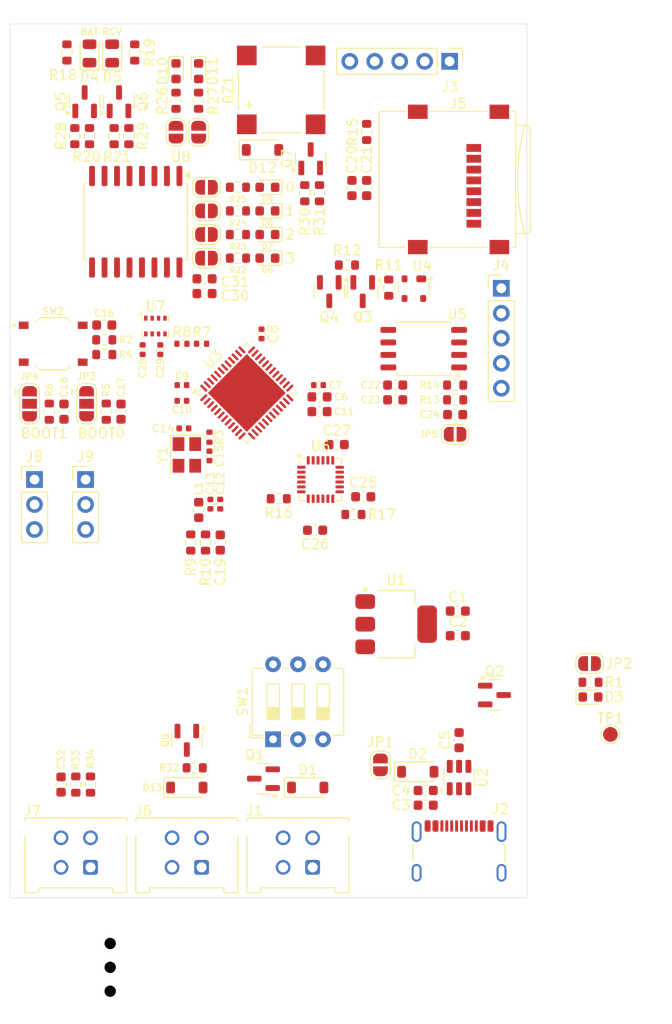
<source format=kicad_pcb>
(kicad_pcb (version 20240108) (generator "pcbnew") (generator_version "8.0")
  (layers (0 "F.Cu" signal) (31 "B.Cu" signal) (34 "B.Paste" user) (35 "F.Paste" user) (36 "B.SilkS" user "B.Silkscreen") (37 "F.SilkS" user "F.Silkscreen") (38 "B.Mask" user) (39 "F.Mask" user) (44 "Edge.Cuts" user))
  (net 0 "")
  (net 1 "Net-(BZ1--)")
  (net 2 "VDD")
  (net 3 "GND")
  (net 4 "HV_PWR_IN")
  (net 5 "/Power_Tree/VBUS")
  (net 6 "/MCU/VCAP1")
  (net 7 "VDDA")
  (net 8 "OSC_IN")
  (net 9 "Net-(C15-Pad1)")
  (net 10 "/MCU/STM_NRST_BOT")
  (net 11 "MCU_BOOT0")
  (net 12 "MCU_BOOT1")
  (net 13 "ADC_BAT")
  (net 14 "STRG_PWR")
  (net 15 "Net-(JP5-B)")
  (net 16 "VCC")
  (net 17 "Net-(U6-REGOUT)")
  (net 18 "Net-(U6-CPOUT)")
  (net 19 "Net-(D1-K)")
  (net 20 "/Power_Tree/BAT+")
  (net 21 "Net-(D2-K)")
  (net 22 "Net-(D3-A)")
  (net 23 "Net-(D4-K)")
  (net 24 "Net-(D4-A)")
  (net 25 "Net-(D5-A)")
  (net 26 "Net-(D5-K)")
  (net 27 "Net-(D6-A)")
  (net 28 "Net-(D7-A)")
  (net 29 "Net-(D8-A)")
  (net 30 "Net-(D9-A)")
  (net 31 "Net-(D10-A)")
  (net 32 "Net-(D11-A)")
  (net 33 "Net-(D13-A)")
  (net 40 "SYS_SWO")
  (net 41 "SYS_SWCLK")
  (net 42 "SYS_SWDIO")
  (net 43 "UART1_RX")
  (net 44 "EXT_A8")
  (net 45 "EXT_B1")
  (net 46 "EXT_B0")
  (net 47 "UART1_TX")
  (net 49 "SPI2_NSS1")
  (net 50 "SPI2_MOSI")
  (net 51 "SPI2_SCK")
  (net 52 "SPI2_MISO")
  (net 58 "+BATT")
  (net 59 "Net-(JP2-A)")
  (net 60 "/MCU/MCU_BOOT0_JP")
  (net 61 "/MCU/MCU_BOOT1_JP")
  (net 62 "Net-(JP6-A)")
  (net 63 "Net-(JP7-A)")
  (net 64 "Net-(JP8-A)")
  (net 65 "Net-(JP9-A)")
  (net 66 "Net-(JP10-A)")
  (net 67 "Net-(JP11-A)")
  (net 68 "BOARD_PWR")
  (net 69 "SENS_PWR")
  (net 70 "Net-(Q3-S)")
  (net 71 "Net-(Q3-G)")
  (net 72 "Net-(Q5-B)")
  (net 73 "Net-(Q6-B)")
  (net 74 "Net-(Q7-B)")
  (net 75 "Net-(Q8-D)")
  (net 76 "BRS_RCV")
  (net 77 "OSC_OUT")
  (net 78 "MCU_NRST")
  (net 79 "I2C_SCL")
  (net 80 "I2C_SDA")
  (net 81 "SPI2_NSS0")
  (net 82 "SPI1_NSS")
  (net 83 "Net-(U6-INT)")
  (net 84 "IMU_INT")
  (net 85 "BUZZER")
  (net 86 "BRS_RBF")
  (net 90 "Net-(J2-D+-PadA6)")
  (net 91 "USB_DM")
  (net 92 "Net-(J2-D--PadA7)")
  (net 93 "USB_DP")
  (net 96 "SPI1_MISO")
  (net 99 "SPI1_SCK")
  (net 100 "SPI1_MOSI")
  (net 107 "/Peripherals/LEDs_Buzzer/IO_P7")
  (net 108 "/Peripherals/LEDs_Buzzer/IO_P6")
  (net 109 "/Peripherals/LEDs_Buzzer/IO_P5")
  (net 110 "/Peripherals/LEDs_Buzzer/IO_P4")
  (net 111 "/Peripherals/LEDs_Buzzer/IO_P3")
  (net 112 "/Peripherals/LEDs_Buzzer/IO_P2")
  (net 113 "/Peripherals/LEDs_Buzzer/IO_P1")
  (net 114 "/Peripherals/LEDs_Buzzer/IO_P0")
  (net 115 "Net-(J7-Pin_1)")
  (footprint "LED_SMD:LED_0603_1608Metric" (layer "F.Cu") (at 114.4 77.3 -90)
    (property "Reference" "D10" (at 0 1.37 90) (layer "F.SilkS"))
    (property "Value" "GREEN")
    (pad "1" smd roundrect (at -0.7875 0 270) (size 0.875 0.95) (layers "F.Cu" "F.Paste" "F.Mask") (net 3 "GND"))
    (pad "2" smd roundrect (at 0.7875 0 270) (size 0.875 0.95) (layers "F.Cu" "F.Paste" "F.Mask") (net 31 "Net-(D10-A)"))
  )
  (footprint "Button_Switch_THT:SW_DIP_SPSTx03_Slide_6.7x9.18mm_W7.62mm_P2.54mm_LowProfile" (layer "F.Cu") (at 124.275 145.2 90)
    (property "Reference" "SW1" (at 3.81 -3.11 90) (layer "F.SilkS"))
    (property "Value" "ON/OFF MECH")
    (pad "1" thru_hole rect (at 0 0 90) (size 1.6 1.6) (drill 0.8) (layers "*.Cu" "*.Mask") (net 58 "+BATT"))
    (pad "2" thru_hole oval (at 0 2.54 90) (size 1.6 1.6) (drill 0.8) (layers "*.Cu" "*.Mask") (net 58 "+BATT"))
    (pad "3" thru_hole oval (at 0 5.08 90) (size 1.6 1.6) (drill 0.8) (layers "*.Cu" "*.Mask") (net 58 "+BATT"))
    (pad "4" thru_hole oval (at 7.62 5.08 90) (size 1.6 1.6) (drill 0.8) (layers "*.Cu" "*.Mask") (net 4 "HV_PWR_IN"))
    (pad "5" thru_hole oval (at 7.62 2.54 90) (size 1.6 1.6) (drill 0.8) (layers "*.Cu" "*.Mask") (net 4 "HV_PWR_IN"))
    (pad "6" thru_hole oval (at 7.62 0 90) (size 1.6 1.6) (drill 0.8) (layers "*.Cu" "*.Mask") (net 4 "HV_PWR_IN"))
  )
  (footprint "Package_TO_SOT_SMD:SOT-23" (layer "F.Cu") (at 146.8 140.7)
    (property "Reference" "Q2" (at 0 -2.4 0) (layer "F.SilkS"))
    (property "Value" "PMOS")
    (pad "1" smd roundrect (at -0.9375 -0.95) (size 1.475 0.6) (layers "F.Cu" "F.Paste" "F.Mask") (net 2 "VDD"))
    (pad "2" smd roundrect (at -0.9375 0.95) (size 1.475 0.6) (layers "F.Cu" "F.Paste" "F.Mask") (net 69 "SENS_PWR"))
    (pad "3" smd roundrect (at 0.9375 0) (size 1.475 0.6) (layers "F.Cu" "F.Paste" "F.Mask") (net 16 "VCC"))
  )
  (footprint "Resistor_SMD:R_0603_1608Metric" (layer "F.Cu") (at 109.6 83.9 -90)
    (property "Reference" "R29" (at 0 -1.4 90) (layer "F.SilkS"))
    (property "Value" "100k")
    (pad "1" smd roundrect (at -0.825 0 270) (size 0.8 0.95) (layers "F.Cu" "F.Paste" "F.Mask") (net 73 "Net-(Q6-B)"))
    (pad "2" smd roundrect (at 0.825 0 270) (size 0.8 0.95) (layers "F.Cu" "F.Paste" "F.Mask") (net 3 "GND"))
  )
  (footprint "LED_SMD:LED_0603_1608Metric" (layer "F.Cu") (at 123.7 91.5 180)
    (property "Reference" "D8" (at 0 -1.2 360) (layer "F.SilkS") (effects (font (size 0.6 0.6) (thickness 0.1))))
    (property "Value" "BLUE")
    (pad "1" smd roundrect (at -0.7875 0 180) (size 0.875 0.95) (layers "F.Cu" "F.Paste" "F.Mask") (net 3 "GND"))
    (pad "2" smd roundrect (at 0.7875 0 180) (size 0.875 0.95) (layers "F.Cu" "F.Paste" "F.Mask") (net 29 "Net-(D8-A)"))
  )
  (footprint "Jumper:SolderJumper-3_P1.3mm_Open_RoundedPad1.0x1.5mm" (layer "F.Cu") (at 105.3 111.1 -90)
    (property "Reference" "JP3" (at -2.8 0 360) (layer "F.SilkS") (effects (font (size 0.7 0.7) (thickness 0.12))))
    (property "Value" "JP_MCU_BOOT0")
    (pad "1" smd custom (at -1.3 0 270) (size 1 0.5) (layers "F.Cu" "F.Mask") (net 2 "VDD") (options (clearance outline) (anchor rect)) (primitives (gr_circle (center 0 0.25) (end 0.5 0.25) (width 0) (fill yes)) (gr_circle (center 0 -0.25) (end 0.5 -0.25) (width 0) (fill yes)) (gr_poly (pts (xy 0.55 0.75) (xy 0 0.75) (xy 0 -0.75) (xy 0.55 -0.75)) (width 0) (fill yes))))
    (pad "2" smd rect (at 0 0 270) (size 1 1.5) (layers "F.Cu" "F.Mask") (net 60 "/MCU/MCU_BOOT0_JP"))
    (pad "3" smd custom (at 1.3 0 270) (size 1 0.5) (layers "F.Cu" "F.Mask") (net 3 "GND") (options (clearance outline) (anchor rect)) (primitives (gr_circle (center 0 0.25) (end 0.5 0.25) (width 0) (fill yes)) (gr_circle (center 0 -0.25) (end 0.5 -0.25) (width 0) (fill yes)) (gr_poly (pts (xy 0 0.75) (xy -0.55 0.75) (xy -0.55 -0.75) (xy 0 -0.75)) (width 0) (fill yes))))
  )
  (footprint "MountingHole:MountingHole_2.2mm_M2_DIN965" (layer "F.Cu") (at 100 75)
    (property "Reference" "H1" (hide yes))
    (property "Value" "SupPCB")
    (pad "" np_thru_hole circle (at 0 0) (size 2.2 2.2) (drill 2.2) (layers "*.Cu" "*.Mask"))
  )
  (footprint "LED_SMD:LED_0603_1608Metric" (layer "F.Cu") (at 123.7 96.3 180)
    (property "Reference" "D6" (at 0 -1.2 360) (layer "F.SilkS") (effects (font (size 0.6 0.6) (thickness 0.1))))
    (property "Value" "BLUE")
    (pad "1" smd roundrect (at -0.7875 0 180) (size 0.875 0.95) (layers "F.Cu" "F.Paste" "F.Mask") (net 3 "GND"))
    (pad "2" smd roundrect (at 0.7875 0 180) (size 0.875 0.95) (layers "F.Cu" "F.Paste" "F.Mask") (net 27 "Net-(D6-A)"))
  )
  (footprint "Jumper:SolderJumper-2_P1.3mm_Open_RoundedPad1.0x1.5mm" (layer "F.Cu") (at 135.2 147.8 90)
    (property "Reference" "JP1" (at 2.3 0 180) (layer "F.SilkS"))
    (property "Value" "USB_PWR_JP")
    (pad "1" smd custom (at -0.65 0 90) (size 1 0.5) (layers "F.Cu" "F.Mask") (net 21 "Net-(D2-K)") (options (clearance outline) (anchor rect)) (primitives (gr_circle (center 0 0.25) (end 0.5 0.25) (width 0) (fill yes)) (gr_circle (center 0 -0.25) (end 0.5 -0.25) (width 0) (fill yes)) (gr_poly (pts (xy 0.5 0.75) (xy 0 0.75) (xy 0 -0.75) (xy 0.5 -0.75)) (width 0) (fill yes))))
    (pad "2" smd custom (at 0.65 0 90) (size 1 0.5) (layers "F.Cu" "F.Mask") (net 58 "+BATT") (options (clearance outline) (anchor rect)) (primitives (gr_circle (center 0 0.25) (end 0.5 0.25) (width 0) (fill yes)) (gr_circle (center 0 -0.25) (end 0.5 -0.25) (width 0) (fill yes)) (gr_poly (pts (xy 0 0.75) (xy -0.5 0.75) (xy -0.5 -0.75) (xy 0 -0.75)) (width 0) (fill yes))))
  )
  (footprint "Capacitor_SMD:C_0402_1005Metric" (layer "F.Cu") (at 115 109.2 180)
    (property "Reference" "C9" (at 0 0.9 360) (layer "F.SilkS") (effects (font (size 0.7 0.7) (thickness 0.12))))
    (property "Value" "100nF")
    (pad "1" smd roundrect (at -0.48 0 180) (size 0.56 0.62) (layers "F.Cu" "F.Paste" "F.Mask") (net 2 "VDD"))
    (pad "2" smd roundrect (at 0.48 0 180) (size 0.56 0.62) (layers "F.Cu" "F.Paste" "F.Mask") (net 3 "GND"))
  )
  (footprint "Resistor_SMD:R_0402_1005Metric" (layer "F.Cu") (at 117.8 114.5 90)
    (property "Reference" "R3" (at 0 1 90) (layer "F.SilkS") (effects (font (size 0.8 0.8) (thickness 0.12))))
    (property "Value" "47R")
    (pad "1" smd roundrect (at -0.51 0 90) (size 0.54 0.64) (layers "F.Cu" "F.Paste" "F.Mask") (net 9 "Net-(C15-Pad1)"))
    (pad "2" smd roundrect (at 0.51 0 90) (size 0.54 0.64) (layers "F.Cu" "F.Paste" "F.Mask") (net 77 "OSC_OUT"))
  )
  (footprint "Resistor_SMD:R_0603_1608Metric" (layer "F.Cu") (at 104.2 149.8 90)
    (property "Reference" "R33" (at 2.52 0 90) (layer "F.SilkS") (effects (font (size 0.7 0.7) (thickness 0.12))))
    (property "Value" "10k")
    (pad "1" smd roundrect (at -0.825 0 90) (size 0.8 0.95) (layers "F.Cu" "F.Paste" "F.Mask") (net 115 "Net-(J7-Pin_1)"))
    (pad "2" smd roundrect (at 0.825 0 90) (size 0.8 0.95) (layers "F.Cu" "F.Paste" "F.Mask") (net 2 "VDD"))
  )
  (footprint "Capacitor_SMD:C_0603_1608Metric" (layer "F.Cu") (at 139.8 151.9 180)
    (property "Reference" "C3" (at 2.5 0 360) (layer "F.SilkS"))
    (property "Value" "10u")
    (pad "1" smd roundrect (at -0.775 0 180) (size 0.9 0.95) (layers "F.Cu" "F.Paste" "F.Mask") (net 5 "/Power_Tree/VBUS"))
    (pad "2" smd roundrect (at 0.775 0 180) (size 0.9 0.95) (layers "F.Cu" "F.Paste" "F.Mask") (net 3 "GND"))
  )
  (footprint "Diode_SMD:D_SOD-123" (layer "F.Cu") (at 123.2 85.3)
    (property "Reference" "D12" (at 0 1.8 360) (layer "F.SilkS"))
    (property "Value" "1N4148")
    (pad "1" smd roundrect (at -1.65 0) (size 0.9 1.2) (layers "F.Cu" "F.Paste" "F.Mask") (net 2 "VDD"))
    (pad "2" smd roundrect (at 1.65 0) (size 0.9 1.2) (layers "F.Cu" "F.Paste" "F.Mask") (net 1 "Net-(BZ1--)"))
  )
  (footprint "Capacitor_SMD:C_0603_1608Metric" (layer "F.Cu") (at 136.7 110.7)
    (property "Reference" "C23" (at -2.5 0 0) (layer "F.SilkS") (effects (font (size 0.7 0.7) (thickness 0.12))))
    (property "Value" "100nF")
    (pad "1" smd roundrect (at -0.775 0) (size 0.9 0.95) (layers "F.Cu" "F.Paste" "F.Mask") (net 14 "STRG_PWR"))
    (pad "2" smd roundrect (at 0.775 0) (size 0.9 0.95) (layers "F.Cu" "F.Paste" "F.Mask") (net 3 "GND"))
  )
  (footprint "Resistor_SMD:R_0603_1608Metric" (layer "F.Cu") (at 120.7 89.1)
    (property "Reference" "R25" (at 0 1.2 360) (layer "F.SilkS") (effects (font (size 0.6 0.6) (thickness 0.1))))
    (property "Value" "1k2")
    (pad "1" smd roundrect (at -0.825 0) (size 0.8 0.95) (layers "F.Cu" "F.Paste" "F.Mask") (net 65 "Net-(JP9-A)"))
    (pad "2" smd roundrect (at 0.825 0) (size 0.8 0.95) (layers "F.Cu" "F.Paste" "F.Mask") (net 30 "Net-(D9-A)"))
  )
  (footprint "Capacitor_SMD:C_0402_1005Metric" (layer "F.Cu") (at 117.8 116.4 -90)
    (property "Reference" "C15" (at 0 -1 90) (layer "F.SilkS") (effects (font (size 0.8 0.8) (thickness 0.12))))
    (property "Value" "12pF")
    (pad "1" smd roundrect (at -0.48 0 270) (size 0.56 0.62) (layers "F.Cu" "F.Paste" "F.Mask") (net 9 "Net-(C15-Pad1)"))
    (pad "2" smd roundrect (at 0.48 0 270) (size 0.56 0.62) (layers "F.Cu" "F.Paste" "F.Mask") (net 3 "GND"))
  )
  (footprint "Capacitor_SMD:C_0603_1608Metric" (layer "F.Cu") (at 128.55 123.95 180)
    (property "Reference" "C26" (at 0 -1.43 360) (layer "F.SilkS"))
    (property "Value" "100nF")
    (pad "1" smd roundrect (at -0.775 0 180) (size 0.9 0.95) (layers "F.Cu" "F.Paste" "F.Mask") (net 17 "Net-(U6-REGOUT)"))
    (pad "2" smd roundrect (at 0.775 0 180) (size 0.9 0.95) (layers "F.Cu" "F.Paste" "F.Mask") (net 3 "GND"))
  )
  (footprint "Connector_PinHeader_2.54mm:PinHeader_1x05_P2.54mm_Vertical" (layer "F.Cu") (at 147.5 99.36)
    (property "Reference" "J4" (at 0 -2.33 0) (layer "F.SilkS"))
    (property "Value" "EXT_GPIOS")
    (pad "1" thru_hole rect (at 0 0) (size 1.7 1.7) (drill 1) (layers "*.Cu" "*.Mask") (net 44 "EXT_A8"))
    (pad "2" thru_hole oval (at 0 2.54) (size 1.7 1.7) (drill 1) (layers "*.Cu" "*.Mask") (net 46 "EXT_B0"))
    (pad "3" thru_hole oval (at 0 5.08) (size 1.7 1.7) (drill 1) (layers "*.Cu" "*.Mask") (net 45 "EXT_B1"))
    (pad "4" thru_hole oval (at 0 7.62) (size 1.7 1.7) (drill 1) (layers "*.Cu" "*.Mask") (net 47 "UART1_TX"))
    (pad "5" thru_hole oval (at 0 10.16) (size 1.7 1.7) (drill 1) (layers "*.Cu" "*.Mask") (net 43 "UART1_RX"))
  )
  (footprint "Package_TO_SOT_SMD:SOT-23" (layer "F.Cu") (at 129.9935 99.7 -90)
    (property "Reference" "Q4" (at 2.6 0 360) (layer "F.SilkS"))
    (property "Value" "AO3401A")
    (pad "1" smd roundrect (at -0.9375 -0.95 270) (size 1.475 0.6) (layers "F.Cu" "F.Paste" "F.Mask") (net 70 "Net-(Q3-S)"))
    (pad "2" smd roundrect (at -0.9375 0.95 270) (size 1.475 0.6) (layers "F.Cu" "F.Paste" "F.Mask") (net 14 "STRG_PWR"))
    (pad "3" smd roundrect (at 0.9375 0 270) (size 1.475 0.6) (layers "F.Cu" "F.Paste" "F.Mask") (net 16 "VCC"))
  )
  (footprint "Capacitor_SMD:C_0603_1608Metric" (layer "F.Cu") (at 103 111.9 90)
    (property "Reference" "C18" (at 2.5 0 90) (layer "F.SilkS") (effects (font (size 0.7 0.7) (thickness 0.12))))
    (property "Value" "10nF")
    (pad "1" smd roundrect (at -0.775 0 90) (size 0.9 0.95) (layers "F.Cu" "F.Paste" "F.Mask") (net 12 "MCU_BOOT1"))
    (pad "2" smd roundrect (at 0.775 0 90) (size 0.9 0.95) (layers "F.Cu" "F.Paste" "F.Mask") (net 3 "GND"))
  )
  (footprint "TestPoint:TestPoint_Pad_D1.5mm" (layer "F.Cu") (at 158.6 144.7)
    (property "Reference" "TP1" (at 0 -1.648 0) (layer "F.SilkS"))
    (property "Value" "TestPoint_Small")
    (pad "1" smd circle (at 0 0) (size 1.5 1.5) (layers "F.Cu" "F.Mask"))
  )
  (footprint "Jumper:SolderJumper-2_P1.3mm_Open_RoundedPad1.0x1.5mm" (layer "F.Cu") (at 117.5 89.1 180)
    (property "Reference" "JP9" (hide yes))
    (property "Value" "Jumper_2_Small_Open")
    (pad "1" smd custom (at -0.65 0 180) (size 1 0.5) (layers "F.Cu" "F.Mask") (net 65 "Net-(JP9-A)") (options (clearance outline) (anchor rect)) (primitives (gr_circle (center 0 0.25) (end 0.5 0.25) (width 0) (fill yes)) (gr_circle (center 0 -0.25) (end 0.5 -0.25) (width 0) (fill yes)) (gr_poly (pts (xy 0.5 0.75) (xy 0 0.75) (xy 0 -0.75) (xy 0.5 -0.75)) (width 0) (fill yes))))
    (pad "2" smd custom (at 0.65 0 180) (size 1 0.5) (layers "F.Cu" "F.Mask") (net 110 "/Peripherals/LEDs_Buzzer/IO_P4") (options (clearance outline) (anchor rect)) (primitives (gr_circle (center 0 0.25) (end 0.5 0.25) (width 0) (fill yes)) (gr_circle (center 0 -0.25) (end 0.5 -0.25) (width 0) (fill yes)) (gr_poly (pts (xy 0 0.75) (xy -0.5 0.75) (xy -0.5 -0.75) (xy 0 -0.75)) (width 0) (fill yes))))
  )
  (footprint "Package_TO_SOT_SMD:SOT-23" (layer "F.Cu") (at 133.3935 99.7 -90)
    (property "Reference" "Q3" (at 2.6 0 360) (layer "F.SilkS"))
    (property "Value" "AO3401A")
    (pad "1" smd roundrect (at -0.9375 -0.95 270) (size 1.475 0.6) (layers "F.Cu" "F.Paste" "F.Mask") (net 71 "Net-(Q3-G)"))
    (pad "2" smd roundrect (at -0.9375 0.95 270) (size 1.475 0.6) (layers "F.Cu" "F.Paste" "F.Mask") (net 70 "Net-(Q3-S)"))
    (pad "3" smd roundrect (at 0.9375 0 270) (size 1.475 0.6) (layers "F.Cu" "F.Paste" "F.Mask") (net 16 "VCC"))
  )
  (footprint "Capacitor_SMD:C_0603_1608Metric" (layer "F.Cu") (at 132.3 89.1775 90)
    (property "Reference" "C20" (at 2.9 0 90) (layer "F.SilkS"))
    (property "Value" "10uF")
    (pad "1" smd roundrect (at -0.775 0 90) (size 0.9 0.95) (layers "F.Cu" "F.Paste" "F.Mask") (net 14 "STRG_PWR"))
    (pad "2" smd roundrect (at 0.775 0 90) (size 0.9 0.95) (layers "F.Cu" "F.Paste" "F.Mask") (net 3 "GND"))
  )
  (footprint "Resistor_SMD:R_0603_1608Metric" (layer "F.Cu") (at 105.7 149.8 -90)
    (property "Reference" "R34" (at -2.62 0 90) (layer "F.SilkS") (effects (font (size 0.7 0.7) (thickness 0.12))))
    (property "Value" "1k")
    (pad "1" smd roundrect (at -0.825 0 270) (size 0.8 0.95) (layers "F.Cu" "F.Paste" "F.Mask") (net 86 "BRS_RBF"))
    (pad "2" smd roundrect (at 0.825 0 270) (size 0.8 0.95) (layers "F.Cu" "F.Paste" "F.Mask") (net 115 "Net-(J7-Pin_1)"))
  )
  (footprint "Capacitor_SMD:C_0603_1608Metric" (layer "F.Cu") (at 118.9 125.2 90)
    (property "Reference" "C19" (at -3 0 90) (layer "F.SilkS"))
    (property "Value" "10nF")
    (pad "1" smd roundrect (at -0.775 0 90) (size 0.9 0.95) (layers "F.Cu" "F.Paste" "F.Mask") (net 13 "ADC_BAT"))
    (pad "2" smd roundrect (at 0.775 0 90) (size 0.9 0.95) (layers "F.Cu" "F.Paste" "F.Mask") (net 3 "GND"))
  )
  (footprint "LED_SMD:LED_0603_1608Metric" (layer "F.Cu") (at 123.7 89.1 180)
    (property "Reference" "D9" (at 0 -1.2 360) (layer "F.SilkS") (effects (font (size 0.6 0.6) (thickness 0.1))))
    (property "Value" "BLUE")
    (pad "1" smd roundrect (at -0.7875 0 180) (size 0.875 0.95) (layers "F.Cu" "F.Paste" "F.Mask") (net 3 "GND"))
    (pad "2" smd roundrect (at 0.7875 0 180) (size 0.875 0.95) (layers "F.Cu" "F.Paste" "F.Mask") (net 30 "Net-(D9-A)"))
  )
  (footprint "LED_SMD:LED_0603_1608Metric" (layer "F.Cu") (at 116.7 77.3 -90)
    (property "Reference" "D11" (at 0 -1.43 90) (layer "F.SilkS"))
    (property "Value" "GREEN")
    (pad "1" smd roundrect (at -0.7875 0 270) (size 0.875 0.95) (layers "F.Cu" "F.Paste" "F.Mask") (net 3 "GND"))
    (pad "2" smd roundrect (at 0.7875 0 270) (size 0.875 0.95) (layers "F.Cu" "F.Paste" "F.Mask") (net 32 "Net-(D11-A)"))
  )
  (footprint "Jumper:SolderJumper-2_P1.3mm_Open_RoundedPad1.0x1.5mm" (layer "F.Cu") (at 114.4 83.5 -90)
    (property "Reference" "JP10" (hide yes))
    (property "Value" "Jumper_2_Small_Open")
    (pad "1" smd custom (at -0.65 0 270) (size 1 0.5) (layers "F.Cu" "F.Mask") (net 66 "Net-(JP10-A)") (options (clearance outline) (anchor rect)) (primitives (gr_circle (center 0 0.25) (end 0.5 0.25) (width 0) (fill yes)) (gr_circle (center 0 -0.25) (end 0.5 -0.25) (width 0) (fill yes)) (gr_poly (pts (xy 0.5 0.75) (xy 0 0.75) (xy 0 -0.75) (xy 0.5 -0.75)) (width 0) (fill yes))))
    (pad "2" smd custom (at 0.65 0 270) (size 1 0.5) (layers "F.Cu" "F.Mask") (net 113 "/Peripherals/LEDs_Buzzer/IO_P1") (options (clearance outline) (anchor rect)) (primitives (gr_circle (center 0 0.25) (end 0.5 0.25) (width 0) (fill yes)) (gr_circle (center 0 -0.25) (end 0.5 -0.25) (width 0) (fill yes)) (gr_poly (pts (xy 0 0.75) (xy -0.5 0.75) (xy -0.5 -0.75) (xy 0 -0.75)) (width 0) (fill yes))))
  )
  (footprint "Package_SO:SOIC-16W_7.5x10.3mm_P1.27mm" (layer "F.Cu") (at 110.3 92.6 -90)
    (property "Reference" "U8" (at -6.6 -4.6 180) (layer "F.SilkS"))
    (property "Value" "TCA9534")
    (pad "1" smd roundrect (at -4.65 -4.445 270) (size 2.05 0.6) (layers "F.Cu" "F.Paste" "F.Mask") (net 3 "GND"))
    (pad "2" smd roundrect (at -4.65 -3.175 270) (size 2.05 0.6) (layers "F.Cu" "F.Paste" "F.Mask") (net 3 "GND"))
    (pad "3" smd roundrect (at -4.65 -1.905 270) (size 2.05 0.6) (layers "F.Cu" "F.Paste" "F.Mask") (net 3 "GND"))
    (pad "4" smd roundrect (at -4.65 -0.635 270) (size 2.05 0.6) (layers "F.Cu" "F.Paste" "F.Mask") (net 114 "/Peripherals/LEDs_Buzzer/IO_P0"))
    (pad "5" smd roundrect (at -4.65 0.635 270) (size 2.05 0.6) (layers "F.Cu" "F.Paste" "F.Mask") (net 113 "/Peripherals/LEDs_Buzzer/IO_P1"))
    (pad "6" smd roundrect (at -4.65 1.905 270) (size 2.05 0.6) (layers "F.Cu" "F.Paste" "F.Mask") (net 112 "/Peripherals/LEDs_Buzzer/IO_P2"))
    (pad "7" smd roundrect (at -4.65 3.175 270) (size 2.05 0.6) (layers "F.Cu" "F.Paste" "F.Mask") (net 111 "/Peripherals/LEDs_Buzzer/IO_P3"))
    (pad "8" smd roundrect (at -4.65 4.445 270) (size 2.05 0.6) (layers "F.Cu" "F.Paste" "F.Mask") (net 3 "GND"))
    (pad "9" smd roundrect (at 4.65 4.445 270) (size 2.05 0.6) (layers "F.Cu" "F.Paste" "F.Mask") (net 110 "/Peripherals/LEDs_Buzzer/IO_P4"))
    (pad "10" smd roundrect (at 4.65 3.175 270) (size 2.05 0.6) (layers "F.Cu" "F.Paste" "F.Mask") (net 109 "/Peripherals/LEDs_Buzzer/IO_P5"))
    (pad "11" smd roundrect (at 4.65 1.905 270) (size 2.05 0.6) (layers "F.Cu" "F.Paste" "F.Mask") (net 108 "/Peripherals/LEDs_Buzzer/IO_P6"))
    (pad "12" smd roundrect (at 4.65 0.635 270) (size 2.05 0.6) (layers "F.Cu" "F.Paste" "F.Mask") (net 107 "/Peripherals/LEDs_Buzzer/IO_P7"))
    (pad "13" smd roundrect (at 4.65 -0.635 270) (size 2.05 0.6) (layers "F.Cu" "F.Paste" "F.Mask"))
    (pad "14" smd roundrect (at 4.65 -1.905 270) (size 2.05 0.6) (layers "F.Cu" "F.Paste" "F.Mask") (net 79 "I2C_SCL"))
    (pad "15" smd roundrect (at 4.65 -3.175 270) (size 2.05 0.6) (layers "F.Cu" "F.Paste" "F.Mask") (net 80 "I2C_SDA"))
    (pad "16" smd roundrect (at 4.65 -4.445 270) (size 2.05 0.6) (layers "F.Cu" "F.Paste" "F.Mask") (net 2 "VDD"))
  )
  (footprint "Inductor_SMD:L_0603_1608Metric" (layer "F.Cu") (at 116.71 121.89 90)
    (property "Reference" "L1" (at 2.19 -0.01 90) (layer "F.SilkS") (effects (font (size 0.8 0.8) (thickness 0.12))))
    (property "Value" "39nH")
    (pad "1" smd roundrect (at -0.7875 0 90) (size 0.875 0.95) (layers "F.Cu" "F.Paste" "F.Mask") (net 2 "VDD"))
    (pad "2" smd roundrect (at 0.7875 0 90) (size 0.875 0.95) (layers "F.Cu" "F.Paste" "F.Mask") (net 7 "VDDA"))
  )
  (footprint "Diode_SMD:D_SOD-123" (layer "F.Cu") (at 115.5 150.1)
    (property "Reference" "D13" (at -3.5 0.02 360) (layer "F.SilkS") (effects (font (size 0.7 0.7) (thickness 0.12))))
    (property "Value" "1N4148")
    (pad "1" smd roundrect (at -1.65 0) (size 0.9 1.2) (layers "F.Cu" "F.Paste" "F.Mask") (net 4 "HV_PWR_IN"))
    (pad "2" smd roundrect (at 1.65 0) (size 0.9 1.2) (layers "F.Cu" "F.Paste" "F.Mask") (net 33 "Net-(D13-A)"))
  )
  (footprint "Capacitor_SMD:C_0402_1005Metric" (layer "F.Cu") (at 115 110.8 180)
    (property "Reference" "C10" (at 0 -0.9 360) (layer "F.SilkS") (effects (font (size 0.7 0.7) (thickness 0.12))))
    (property "Value" "100nF")
    (pad "1" smd roundrect (at -0.48 0 180) (size 0.56 0.62) (layers "F.Cu" "F.Paste" "F.Mask") (net 2 "VDD"))
    (pad "2" smd roundrect (at 0.48 0 180) (size 0.56 0.62) (layers "F.Cu" "F.Paste" "F.Mask") (net 3 "GND"))
  )
  (footprint "TFG_Footprints:JLCPCB_Tooling_Hole" (layer "F.Cu") (at 107.7 170.8)
    (property "Reference" "H6" (hide yes))
    (property "Value" "ToolingHole")
    (pad "" np_thru_hole circle (at 0 0) (size 1.3 1.3) (drill 1.152) (layers "*.Mask") (clearance 0.25))
  )
  (footprint "LED_SMD:LED_0603_1608Metric" (layer "F.Cu") (at 123.7 93.9 180)
    (property "Reference" "D7" (at 0 -1.2 360) (layer "F.SilkS") (effects (font (size 0.6 0.6) (thickness 0.1))))
    (property "Value" "BLUE")
    (pad "1" smd roundrect (at -0.7875 0 180) (size 0.875 0.95) (layers "F.Cu" "F.Paste" "F.Mask") (net 3 "GND"))
    (pad "2" smd roundrect (at 0.7875 0 180) (size 0.875 0.95) (layers "F.Cu" "F.Paste" "F.Mask") (net 28 "Net-(D7-A)"))
  )
  (footprint "Capacitor_SMD:C_0402_1005Metric" (layer "F.Cu") (at 115.2 113.6)
    (property "Reference" "C14" (at -2.1 0 360) (layer "F.SilkS") (effects (font (size 0.8 0.8) (thickness 0.12))))
    (property "Value" "12pF")
    (pad "1" smd roundrect (at -0.48 0) (size 0.56 0.62) (layers "F.Cu" "F.Paste" "F.Mask") (net 8 "OSC_IN"))
    (pad "2" smd roundrect (at 0.48 0) (size 0.56 0.62) (layers "F.Cu" "F.Paste" "F.Mask") (net 3 "GND"))
  )
  (footprint "Resistor_SMD:R_0402_1005Metric" (layer "F.Cu") (at 117 105)
    (property "Reference" "R7" (at 0 -1.17 360) (layer "F.SilkS"))
    (property "Value" "2k")
    (pad "1" smd roundrect (at -0.51 0) (size 0.54 0.64) (layers "F.Cu" "F.Paste" "F.Mask") (net 79 "I2C_SCL"))
    (pad "2" smd roundrect (at 0.51 0) (size 0.54 0.64) (layers "F.Cu" "F.Paste" "F.Mask") (net 2 "VDD"))
  )
  (footprint "Capacitor_SMD:C_0603_1608Metric" (layer "F.Cu") (at 143.2 145.29 90)
    (property "Reference" "C5" (at 0 -1.43 90) (layer "F.SilkS"))
    (property "Value" "100n")
    (pad "1" smd roundrect (at -0.775 0 90) (size 0.9 0.95) (layers "F.Cu" "F.Paste" "F.Mask") (net 5 "/Power_Tree/VBUS"))
    (pad "2" smd roundrect (at 0.775 0 90) (size 0.9 0.95) (layers "F.Cu" "F.Paste" "F.Mask") (net 3 "GND"))
  )
  (footprint "Diode_SMD:D_SOD-123" (layer "F.Cu") (at 139 148.5)
    (property "Reference" "D2" (at 0 -1.8 360) (layer "F.SilkS"))
    (property "Value" "TBD")
    (pad "1" smd roundrect (at -1.65 0) (size 0.9 1.2) (layers "F.Cu" "F.Paste" "F.Mask") (net 21 "Net-(D2-K)"))
    (pad "2" smd roundrect (at 1.65 0) (size 0.9 1.2) (layers "F.Cu" "F.Paste" "F.Mask") (net 5 "/Power_Tree/VBUS"))
  )
  (footprint "Capacitor_SMD:C_0603_1608Metric" (layer "F.Cu") (at 133.8 89.1775 90)
    (property "Reference" "C21" (at 2.9 0 90) (layer "F.SilkS"))
    (property "Value" "100nF")
    (pad "1" smd roundrect (at -0.775 0 90) (size 0.9 0.95) (layers "F.Cu" "F.Paste" "F.Mask") (net 14 "STRG_PWR"))
    (pad "2" smd roundrect (at 0.775 0 90) (size 0.9 0.95) (layers "F.Cu" "F.Paste" "F.Mask") (net 3 "GND"))
  )
  (footprint "Resistor_SMD:R_0603_1608Metric" (layer "F.Cu") (at 114.4 80.3 90)
    (property "Reference" "R26" (at 0 -1.4 90) (layer "F.SilkS"))
    (property "Value" "1k2")
    (pad "1" smd roundrect (at -0.825 0 90) (size 0.8 0.95) (layers "F.Cu" "F.Paste" "F.Mask") (net 66 "Net-(JP10-A)"))
    (pad "2" smd roundrect (at 0.825 0 90) (size 0.8 0.95) (layers "F.Cu" "F.Paste" "F.Mask") (net 31 "Net-(D10-A)"))
  )
  (footprint "Jumper:SolderJumper-2_P1.3mm_Open_RoundedPad1.0x1.5mm" (layer "F.Cu") (at 116.7 83.5 -90)
    (property "Reference" "JP11" (hide yes))
    (property "Value" "Jumper_2_Small_Open")
    (pad "1" smd custom (at -0.65 0 270) (size 1 0.5) (layers "F.Cu" "F.Mask") (net 67 "Net-(JP11-A)") (options (clearance outline) (anchor rect)) (primitives (gr_circle (center 0 0.25) (end 0.5 0.25) (width 0) (fill yes)) (gr_circle (center 0 -0.25) (end 0.5 -0.25) (width 0) (fill yes)) (gr_poly (pts (xy 0.5 0.75) (xy 0 0.75) (xy 0 -0.75) (xy 0.5 -0.75)) (width 0) (fill yes))))
    (pad "2" smd custom (at 0.65 0 270) (size 1 0.5) (layers "F.Cu" "F.Mask") (net 114 "/Peripherals/LEDs_Buzzer/IO_P0") (options (clearance outline) (anchor rect)) (primitives (gr_circle (center 0 0.25) (end 0.5 0.25) (width 0) (fill yes)) (gr_circle (center 0 -0.25) (end 0.5 -0.25) (width 0) (fill yes)) (gr_poly (pts (xy 0 0.75) (xy -0.5 0.75) (xy -0.5 -0.75) (xy 0 -0.75)) (width 0) (fill yes))))
  )
  (footprint "Diode_SMD:D_SOD-123" (layer "F.Cu") (at 127.8 150.1)
    (property "Reference" "D1" (at 0 -1.8 180) (layer "F.SilkS"))
    (property "Value" "TBD")
    (pad "1" smd roundrect (at -1.65 0) (size 0.9 1.2) (layers "F.Cu" "F.Paste" "F.Mask") (net 19 "Net-(D1-K)"))
    (pad "2" smd roundrect (at 1.65 0) (size 0.9 1.2) (layers "F.Cu" "F.Paste" "F.Mask") (net 20 "/Power_Tree/BAT+"))
  )
  (footprint "MountingHole:MountingHole_2.2mm_M2_DIN965" (layer "F.Cu") (at 149 165.4)
    (property "Reference" "H7" (hide yes))
    (property "Value" "SupPCB")
    (pad "" np_thru_hole circle (at 0 0) (size 2.2 2.2) (drill 2.2) (layers "*.Cu" "*.Mask"))
  )
  (footprint "Capacitor_SMD:C_0603_1608Metric" (layer "F.Cu") (at 139.8 150.4 180)
    (property "Reference" "C4" (at 2.5 0 360) (layer "F.SilkS"))
    (property "Value" "100n")
    (pad "1" smd roundrect (at -0.775 0 180) (size 0.9 0.95) (layers "F.Cu" "F.Paste" "F.Mask") (net 5 "/Power_Tree/VBUS"))
    (pad "2" smd roundrect (at 0.775 0 180) (size 0.9 0.95) (layers "F.Cu" "F.Paste" "F.Mask") (net 3 "GND"))
  )
  (footprint "Capacitor_SMD:C_0603_1608Metric" (layer "F.Cu") (at 143.07 132.165)
    (property "Reference" "C1" (at 0 -1.43 0) (layer "F.SilkS"))
    (property "Value" "TBD")
    (pad "1" smd roundrect (at -0.775 0) (size 0.9 0.95) (layers "F.Cu" "F.Paste" "F.Mask") (net 4 "HV_PWR_IN"))
    (pad "2" smd roundrect (at 0.775 0) (size 0.9 0.95) (layers "F.Cu" "F.Paste" "F.Mask") (net 3 "GND"))
  )
  (footprint "Resistor_SMD:R_0603_1608Metric" (layer "F.Cu") (at 133.8 83.4775 90)
    (property "Reference" "R15" (at 0 -1.43 90) (layer "F.SilkS"))
    (property "Value" "51k")
    (pad "1" smd roundrect (at -0.825 0 90) (size 0.8 0.95) (layers "F.Cu" "F.Paste" "F.Mask") (net 49 "SPI2_NSS1"))
    (pad "2" smd roundrect (at 0.825 0 90) (size 0.8 0.95) (layers "F.Cu" "F.Paste" "F.Mask") (net 16 "VCC"))
  )
  (footprint "Resistor_SMD:R_0603_1608Metric" (layer "F.Cu") (at 120.7 96.3)
    (property "Reference" "R22" (at 0 1.2 360) (layer "F.SilkS") (effects (font (size 0.6 0.6) (thickness 0.1))))
    (property "Value" "1k2")
    (pad "1" smd roundrect (at -0.825 0) (size 0.8 0.95) (layers "F.Cu" "F.Paste" "F.Mask") (net 62 "Net-(JP6-A)"))
    (pad "2" smd roundrect (at 0.825 0) (size 0.8 0.95) (layers "F.Cu" "F.Paste" "F.Mask") (net 27 "Net-(D6-A)"))
  )
  (footprint "Resistor_SMD:R_0603_1608Metric" (layer "F.Cu") (at 142.8 110.7 180)
    (property "Reference" "R13" (at 2.6 0 360) (layer "F.SilkS") (effects (font (size 0.7 0.7) (thickness 0.12))))
    (property "Value" "100k")
    (pad "1" smd roundrect (at -0.825 0 180) (size 0.8 0.95) (layers "F.Cu" "F.Paste" "F.Mask") (net 15 "Net-(JP5-B)"))
    (pad "2" smd roundrect (at 0.825 0 180) (size 0.8 0.95) (layers "F.Cu" "F.Paste" "F.Mask") (net 16 "VCC"))
  )
  (footprint "Jumper:SolderJumper-2_P1.3mm_Open_RoundedPad1.0x1.5mm" (layer "F.Cu") (at 142.8 114.2)
    (property "Reference" "JP5" (at -2.7 0 360) (layer "F.SilkS") (effects (font (size 0.7 0.7) (thickness 0.12))))
    (property "Value" "WP_JP")
    (pad "1" smd custom (at -0.65 0) (size 1 0.5) (layers "F.Cu" "F.Mask") (net 3 "GND") (options (clearance outline) (anchor rect)) (primitives (gr_circle (center 0 0.25) (end 0.5 0.25) (width 0) (fill yes)) (gr_circle (center 0 -0.25) (end 0.5 -0.25) (width 0) (fill yes)) (gr_poly (pts (xy 0.5 0.75) (xy 0 0.75) (xy 0 -0.75) (xy 0.5 -0.75)) (width 0) (fill yes))))
    (pad "2" smd custom (at 0.65 0) (size 1 0.5) (layers "F.Cu" "F.Mask") (net 15 "Net-(JP5-B)") (options (clearance outline) (anchor rect)) (primitives (gr_circle (center 0 0.25) (end 0.5 0.25) (width 0) (fill yes)) (gr_circle (center 0 -0.25) (end 0.5 -0.25) (width 0) (fill yes)) (gr_poly (pts (xy 0 0.75) (xy -0.5 0.75) (xy -0.5 -0.75) (xy 0 -0.75)) (width 0) (fill yes))))
  )
  (footprint "Resistor_SMD:R_0603_1608Metric" (layer "F.Cu") (at 120.7 91.5)
    (property "Reference" "R24" (at 0 1.2 360) (layer "F.SilkS") (effects (font (size 0.6 0.6) (thickness 0.1))))
    (property "Value" "1k2")
    (pad "1" smd roundrect (at -0.825 0) (size 0.8 0.95) (layers "F.Cu" "F.Paste" "F.Mask") (net 64 "Net-(JP8-A)"))
    (pad "2" smd roundrect (at 0.825 0) (size 0.8 0.95) (layers "F.Cu" "F.Paste" "F.Mask") (net 29 "Net-(D8-A)"))
  )
  (footprint "Resistor_SMD:R_0603_1608Metric" (layer "F.Cu") (at 107.1 104.6)
    (property "Reference" "R2" (at 2.2 0 360) (layer "F.SilkS") (effects (font (size 0.7 0.7) (thickness 0.12))))
    (property "Value" "10k")
    (pad "1" smd roundrect (at -0.825 0) (size 0.8 0.95) (layers "F.Cu" "F.Paste" "F.Mask") (net 10 "/MCU/STM_NRST_BOT"))
    (pad "2" smd roundrect (at 0.825 0) (size 0.8 0.95) (layers "F.Cu" "F.Paste" "F.Mask") (net 2 "VDD"))
  )
  (footprint "Capacitor_SMD:C_0402_1005Metric" (layer "F.Cu") (at 117.9 121.3 -90)
    (property "Reference" "C13" (at -2.1 0 90) (layer "F.SilkS") (effects (font (size 0.8 0.8) (thickness 0.12))))
    (property "Value" "10nF")
    (pad "1" smd roundrect (at -0.48 0 270) (size 0.56 0.62) (layers "F.Cu" "F.Paste" "F.Mask") (net 7 "VDDA"))
    (pad "2" smd roundrect (at 0.48 0 270) (size 0.56 0.62) (layers "F.Cu" "F.Paste" "F.Mask") (net 3 "GND"))
  )
  (footprint "Resistor_SMD:R_0603_1608Metric" (layer "F.Cu") (at 142.8 109.2 180)
    (property "Reference" "R14" (at 2.6 0 360) (layer "F.SilkS") (effects (font (size 0.7 0.7) (thickness 0.12))))
    (property "Value" "51k")
    (pad "1" smd roundrect (at -0.825 0 180) (size 0.8 0.95) (layers "F.Cu" "F.Paste" "F.Mask") (net 81 "SPI2_NSS0"))
    (pad "2" smd roundrect (at 0.825 0 180) (size 0.8 0.95) (layers "F.Cu" "F.Paste" "F.Mask") (net 16 "VCC"))
  )
  (footprint "Jumper:SolderJumper-2_P1.3mm_Open_RoundedPad1.0x1.5mm" (layer "F.Cu") (at 117.5 93.9 180)
    (property "Reference" "JP7" (hide yes))
    (property "Value" "Jumper_2_Small_Open")
    (pad "1" smd custom (at -0.65 0 180) (size 1 0.5) (layers "F.Cu" "F.Mask") (net 63 "Net-(JP7-A)") (options (clearance outline) (anchor rect)) (primitives (gr_circle (center 0 0.25) (end 0.5 0.25) (width 0) (fill yes)) (gr_circle (center 0 -0.25) (end 0.5 -0.25) (width 0) (fill yes)) (gr_poly (pts (xy 0.5 0.75) (xy 0 0.75) (xy 0 -0.75) (xy 0.5 -0.75)) (width 0) (fill yes))))
    (pad "2" smd custom (at 0.65 0 180) (size 1 0.5) (layers "F.Cu" "F.Mask") (net 108 "/Peripherals/LEDs_Buzzer/IO_P6") (options (clearance outline) (anchor rect)) (primitives (gr_circle (center 0 0.25) (end 0.5 0.25) (width 0) (fill yes)) (gr_circle (center 0 -0.25) (end 0.5 -0.25) (width 0) (fill yes)) (gr_poly (pts (xy 0 0.75) (xy -0.5 0.75) (xy -0.5 -0.75) (xy 0 -0.75)) (width 0) (fill yes))))
  )
  (footprint "Jumper:SolderJumper-2_P1.3mm_Open_RoundedPad1.0x1.5mm" (layer "F.Cu") (at 156.475 137.5)
    (property "Reference" "JP2" (at 3 0 0) (layer "F.SilkS"))
    (property "Value" "Jumper_2_Small_Open")
    (pad "1" smd custom (at -0.65 0) (size 1 0.5) (layers "F.Cu" "F.Mask") (net 59 "Net-(JP2-A)") (options (clearance outline) (anchor rect)) (primitives (gr_circle (center 0 0.25) (end 0.5 0.25) (width 0) (fill yes)) (gr_circle (center 0 -0.25) (end 0.5 -0.25) (width 0) (fill yes)) (gr_poly (pts (xy 0.5 0.75) (xy 0 0.75) (xy 0 -0.75) (xy 0.5 -0.75)) (width 0) (fill yes))))
    (pad "2" smd custom (at 0.65 0) (size 1 0.5) (layers "F.Cu" "F.Mask") (net 2 "VDD") (options (clearance outline) (anchor rect)) (primitives (gr_circle (center 0 0.25) (end 0.5 0.25) (width 0) (fill yes)) (gr_circle (center 0 -0.25) (end 0.5 -0.25) (width 0) (fill yes)) (gr_poly (pts (xy 0 0.75) (xy -0.5 0.75) (xy -0.5 -0.75) (xy 0 -0.75)) (width 0) (fill yes))))
  )
  (footprint "Package_DFN_QFN:QFN-48-1EP_7x7mm_P0.5mm_EP5.6x5.6mm" (layer "F.Cu") (at 121.6 110 45)
    (property "Reference" "U3" (at 0 -4.83 45) (layer "F.SilkS"))
    (property "Value" "STM32F411CEUx")
    (pad "1" smd roundrect (at -3.4375 -2.75 45) (size 0.875 0.25) (layers "F.Cu" "F.Paste" "F.Mask") (net 2 "VDD"))
    (pad "2" smd roundrect (at -3.4375 -2.25 45) (size 0.875 0.25) (layers "F.Cu" "F.Paste" "F.Mask"))
    (pad "3" smd roundrect (at -3.4375 -1.749999 45) (size 0.875 0.25) (layers "F.Cu" "F.Paste" "F.Mask"))
    (pad "4" smd roundrect (at -3.4375 -1.25 45) (size 0.875 0.25) (layers "F.Cu" "F.Paste" "F.Mask"))
    (pad "5" smd roundrect (at -3.4375 -0.750001 45) (size 0.875 0.25) (layers "F.Cu" "F.Paste" "F.Mask") (net 8 "OSC_IN"))
    (pad "6" smd roundrect (at -3.4375 -0.25 45) (size 0.875 0.25) (layers "F.Cu" "F.Paste" "F.Mask") (net 77 "OSC_OUT"))
    (pad "7" smd roundrect (at -3.4375 0.25 45) (size 0.875 0.25) (layers "F.Cu" "F.Paste" "F.Mask") (net 78 "MCU_NRST"))
    (pad "8" smd roundrect (at -3.4375 0.750001 45) (size 0.875 0.25) (layers "F.Cu" "F.Paste" "F.Mask") (net 3 "GND"))
    (pad "9" smd roundrect (at -3.4375 1.25 45) (size 0.875 0.25) (layers "F.Cu" "F.Paste" "F.Mask") (net 7 "VDDA"))
    (pad "10" smd roundrect (at -3.4375 1.749999 45) (size 0.875 0.25) (layers "F.Cu" "F.Paste" "F.Mask") (net 13 "ADC_BAT"))
    (pad "11" smd roundrect (at -3.4375 2.25 45) (size 0.875 0.25) (layers "F.Cu" "F.Paste" "F.Mask") (net 86 "BRS_RBF"))
    (pad "12" smd roundrect (at -3.4375 2.75 45) (size 0.875 0.25) (layers "F.Cu" "F.Paste" "F.Mask") (net 76 "BRS_RCV"))
    (pad "13" smd roundrect (at -2.75 3.4375 45) (size 0.25 0.875) (layers "F.Cu" "F.Paste" "F.Mask") (net 84 "IMU_INT"))
    (pad "14" smd roundrect (at -2.25 3.4375 45) (size 0.25 0.875) (layers "F.Cu" "F.Paste" "F.Mask") (net 82 "SPI1_NSS"))
    (pad "15" smd roundrect (at -1.749999 3.4375 45) (size 0.25 0.875) (layers "F.Cu" "F.Paste" "F.Mask") (net 99 "SPI1_SCK"))
    (pad "16" smd roundrect (at -1.25 3.4375 45) (size 0.25 0.875) (layers "F.Cu" "F.Paste" "F.Mask") (net 96 "SPI1_MISO"))
    (pad "17" smd roundrect (at -0.750001 3.4375 45) (size 0.25 0.875) (layers "F.Cu" "F.Paste" "F.Mask") (net 100 "SPI1_MOSI"))
    (pad "18" smd roundrect (at -0.25 3.4375 45) (size 0.25 0.875) (layers "F.Cu" "F.Paste" "F.Mask") (net 46 "EXT_B0"))
    (pad "19" smd roundrect (at 0.25 3.4375 45) (size 0.25 0.875) (layers "F.Cu" "F.Paste" "F.Mask") (net 45 "EXT_B1"))
    (pad "20" smd roundrect (at 0.750001 3.4375 45) (size 0.25 0.875) (layers "F.Cu" "F.Paste" "F.Mask") (net 12 "MCU_BOOT1"))
    (pad "21" smd roundrect (at 1.25 3.4375 45) (size 0.25 0.875) (layers "F.Cu" "F.Paste" "F.Mask") (net 51 "SPI2_SCK"))
    (pad "22" smd roundrect (at 1.749999 3.4375 45) (size 0.25 0.875) (layers "F.Cu" "F.Paste" "F.Mask") (net 6 "/MCU/VCAP1"))
    (pad "23" smd roundrect (at 2.25 3.4375 45) (size 0.25 0.875) (layers "F.Cu" "F.Paste" "F.Mask") (net 3 "GND"))
    (pad "24" smd roundrect (at 2.75 3.4375 45) (size 0.25 0.875) (layers "F.Cu" "F.Paste" "F.Mask") (net 2 "VDD"))
    (pad "25" smd roundrect (at 3.4375 2.75 45) (size 0.875 0.25) (layers "F.Cu" "F.Paste" "F.Mask") (net 49 "SPI2_NSS1"))
    (pad "26" smd roundrect (at 3.4375 2.25 45) (size 0.875 0.25) (layers "F.Cu" "F.Paste" "F.Mask") (net 81 "SPI2_NSS0"))
    (pad "27" smd roundrect (at 3.4375 1.749999 45) (size 0.875 0.25) (layers "F.Cu" "F.Paste" "F.Mask") (net 52 "SPI2_MISO"))
    (pad "28" smd roundrect (at 3.4375 1.25 45) (size 0.875 0.25) (layers "F.Cu" "F.Paste" "F.Mask") (net 50 "SPI2_MOSI"))
    (pad "29" smd roundrect (at 3.4375 0.750001 45) (size 0.875 0.25) (layers "F.Cu" "F.Paste" "F.Mask") (net 44 "EXT_A8"))
    (pad "30" smd roundrect (at 3.4375 0.25 45) (size 0.875 0.25) (layers "F.Cu" "F.Paste" "F.Mask") (net 47 "UART1_TX"))
    (pad "31" smd roundrect (at 3.4375 -0.25 45) (size 0.875 0.25) (layers "F.Cu" "F.Paste" "F.Mask") (net 43 "UART1_RX"))
    (pad "32" smd roundrect (at 3.4375 -0.750001 45) (size 0.875 0.25) (layers "F.Cu" "F.Paste" "F.Mask") (net 91 "USB_DM"))
    (pad "33" smd roundrect (at 3.4375 -1.25 45) (size 0.875 0.25) (layers "F.Cu" "F.Paste" "F.Mask") (net 93 "USB_DP"))
    (pad "34" smd roundrect (at 3.4375 -1.749999 45) (size 0.875 0.25) (layers "F.Cu" "F.Paste" "F.Mask") (net 42 "SYS_SWDIO"))
    (pad "35" smd roundrect (at 3.4375 -2.25 45) (size 0.875 0.25) (layers "F.Cu" "F.Paste" "F.Mask") (net 3 "GND"))
    (pad "36" smd roundrect (at 3.4375 -2.75 45) (size 0.875 0.25) (layers "F.Cu" "F.Paste" "F.Mask") (net 2 "VDD"))
    (pad "37" smd roundrect (at 2.75 -3.4375 45) (size 0.25 0.875) (layers "F.Cu" "F.Paste" "F.Mask") (net 41 "SYS_SWCLK"))
    (pad "38" smd roundrect (at 2.25 -3.4375 45) (size 0.25 0.875) (layers "F.Cu" "F.Paste" "F.Mask"))
    (pad "39" smd roundrect (at 1.749999 -3.4375 45) (size 0.25 0.875) (layers "F.Cu" "F.Paste" "F.Mask") (net 40 "SYS_SWO"))
    (pad "40" smd roundrect (at 1.25 -3.4375 45) (size 0.25 0.875) (layers "F.Cu" "F.Paste" "F.Mask") (net 85 "BUZZER"))
    (pad "41" smd roundrect (at 0.750001 -3.4375 45) (size 0.25 0.875) (layers "F.Cu" "F.Paste" "F.Mask"))
    (pad "42" smd roundrect (at 0.25 -3.4375 45) (size 0.25 0.875) (layers "F.Cu" "F.Paste" "F.Mask") (net 79 "I2C_SCL"))
    (pad "43" smd roundrect (at -0.25 -3.4375 45) (size 0.25 0.875) (layers "F.Cu" "F.Paste" "F.Mask") (net 80 "I2C_SDA"))
    (pad "44" smd roundrect (at -0.750001 -3.4375 45) (size 0.25 0.875) (layers "F.Cu" "F.Paste" "F.Mask") (net 11 "MCU_BOOT0"))
    (pad "45" smd roundrect (at -1.25 -3.4375 45) (size 0.25 0.875) (layers "F.Cu" "F.Paste" "F.Mask") (net 69 "SENS_PWR"))
    (pad "46" smd roundrect (at -1.749999 -3.4375 45) (size 0.25 0.875) (layers "F.Cu" "F.Paste" "F.Mask") (net 68 "BOARD_PWR"))
    (pad "47" smd roundrect (at -2.25 -3.4375 45) (size 0.25 0.875) (layers "F.Cu" "F.Paste" "F.Mask") (net 3 "GND"))
    (pad "48" smd roundrect (at -2.75 -3.4375 45) (size 0.25 0.875) (layers "F.Cu" "F.Paste" "F.Mask") (net 2 "VDD"))
    (pad "49" smd rect (at 0 0 45) (size 5.6 5.6) (property pad_prop_heatsink) (layers "F.Cu" "F.Mask") (net 3 "GND"))
  )
  (footprint "Connector_Molex:Molex_Micro-Fit_3.0_43045-0412_2x02_P3.00mm_Vertical" (layer "F.Cu") (at 105.7 158.21 180)
    (property "Reference" "J7" (at 5.9 5.72 360) (layer "F.SilkS"))
    (property "Value" "RBF_SYS")
    (pad "" np_thru_hole circle (at -3 3.94 180) (size 1.02 1.02) (drill 1.02) (layers "*.Cu" "*.Mask"))
    (pad "" np_thru_hole circle (at 6 3.94 180) (size 1.02 1.02) (drill 1.02) (layers "*.Cu" "*.Mask"))
    (pad "1" thru_hole roundrect (at 0 0 180) (size 1.5 1.5) (drill 1.02) (layers "*.Cu" "*.Mask") (roundrect_rratio 0.166667) (net 115 "Net-(J7-Pin_1)"))
    (pad "2" thru_hole circle (at 3 0 180) (size 1.5 1.5) (drill 1.02) (layers "*.Cu" "*.Mask") (net 3 "GND"))
    (pad "3" thru_hole circle (at 0 3 180) (size 1.5 1.5) (drill 1.02) (layers "*.Cu" "*.Mask") (net 115 "Net-(J7-Pin_1)"))
    (pad "4" thru_hole circle (at 3 3 180) (size 1.5 1.5) (drill 1.02) (layers "*.Cu" "*.Mask") (net 3 "GND"))
  )
  (footprint "Resistor_SMD:R_0603_1608Metric" (layer "F.Cu") (at 132.45 122.35)
    (property "Reference" "R17" (at 2.9 0 360) (layer "F.SilkS"))
    (property "Value" "0R")
    (pad "1" smd roundrect (at -0.825 0) (size 0.8 0.95) (layers "F.Cu" "F.Paste" "F.Mask") (net 83 "Net-(U6-INT)"))
    (pad "2" smd roundrect (at 0.825 0) (size 0.8 0.95) (layers "F.Cu" "F.Paste" "F.Mask") (net 84 "IMU_INT"))
  )
  (footprint "Buzzer_Beeper:PUIAudio_SMT_0825_S_4_R" (layer "F.Cu") (at 125.1 79.2 90)
    (property "Reference" "BZ1" (at 0 -5.4 90) (layer "F.SilkS"))
    (property "Value" "Buzzer")
    (fp_text user "+" (at -1.5 -3.25 360) (layer "F.SilkS"))
    (pad "1" smd rect (at -3.5 -3.5) (size 2 2) (layers "F.Cu" "F.Paste" "F.Mask") (net 2 "VDD"))
    (pad "2" smd rect (at -3.5 3.5) (size 2 2) (layers "F.Cu" "F.Paste" "F.Mask") (net 1 "Net-(BZ1--)"))
    (pad "3" smd rect (at 3.5 3.5) (size 2 2) (layers "F.Cu" "F.Paste" "F.Mask"))
    (pad "4" smd rect (at 3.5 -3.5) (size 2 2) (layers "F.Cu" "F.Paste" "F.Mask"))
  )
  (footprint "Resistor_SMD:R_0603_1608Metric" (layer "F.Cu") (at 120.7 93.9)
    (property "Reference" "R23" (at 0 1.2 360) (layer "F.SilkS") (effects (font (size 0.6 0.6) (thickness 0.1))))
    (property "Value" "1k2")
    (pad "1" smd roundrect (at -0.825 0) (size 0.8 0.95) (layers "F.Cu" "F.Paste" "F.Mask") (net 63 "Net-(JP7-A)"))
    (pad "2" smd roundrect (at 0.825 0) (size 0.8 0.95) (layers "F.Cu" "F.Paste" "F.Mask") (net 28 "Net-(D7-A)"))
  )
  (footprint "Sensor_Motion:InvenSense_QFN-24_4x4mm_P0.5mm" (layer "F.Cu") (at 129.1 118.8)
    (property "Reference" "U6" (at 0 -3.375 360) (layer "F.SilkS"))
    (property "Value" "MPU-6000")
    (pad "1" smd roundrect (at -1.95 -1.25) (size 0.85 0.3) (layers "F.Cu" "F.Paste" "F.Mask") (net 3 "GND"))
    (pad "2" smd roundrect (at -1.95 -0.75) (size 0.85 0.3) (layers "F.Cu" "F.Paste" "F.Mask"))
    (pad "3" smd roundrect (at -1.95 -0.25) (size 0.85 0.3) (layers "F.Cu" "F.Paste" "F.Mask"))
    (pad "4" smd roundrect (at -1.95 0.25) (size 0.85 0.3) (layers "F.Cu" "F.Paste" "F.Mask"))
    (pad "5" smd roundrect (at -1.95 0.75) (size 0.85 0.3) (layers "F.Cu" "F.Paste" "F.Mask"))
    (pad "6" smd roundrect (at -1.95 1.25) (size 0.85 0.3) (layers "F.Cu" "F.Paste" "F.Mask"))
    (pad "7" smd roundrect (at -1.25 1.95 90) (size 0.85 0.3) (layers "F.Cu" "F.Paste" "F.Mask"))
    (pad "8" smd roundrect (at -0.75 1.95 90) (size 0.85 0.3) (layers "F.Cu" "F.Paste" "F.Mask") (net 82 "SPI1_NSS"))
    (pad "9" smd roundrect (at -0.25 1.95 90) (size 0.85 0.3) (layers "F.Cu" "F.Paste" "F.Mask") (net 96 "SPI1_MISO"))
    (pad "10" smd roundrect (at 0.25 1.95 90) (size 0.85 0.3) (layers "F.Cu" "F.Paste" "F.Mask") (net 17 "Net-(U6-REGOUT)"))
    (pad "11" smd roundrect (at 0.75 1.95 90) (size 0.85 0.3) (layers "F.Cu" "F.Paste" "F.Mask") (net 3 "GND"))
    (pad "12" smd roundrect (at 1.25 1.95 90) (size 0.85 0.3) (layers "F.Cu" "F.Paste" "F.Mask") (net 83 "Net-(U6-INT)"))
    (pad "13" smd roundrect (at 1.95 1.25) (size 0.85 0.3) (layers "F.Cu" "F.Paste" "F.Mask") (net 16 "VCC"))
    (pad "14" smd roundrect (at 1.95 0.75) (size 0.85 0.3) (layers "F.Cu" "F.Paste" "F.Mask"))
    (pad "15" smd roundrect (at 1.95 0.25) (size 0.85 0.3) (layers "F.Cu" "F.Paste" "F.Mask"))
    (pad "16" smd roundrect (at 1.95 -0.25) (size 0.85 0.3) (layers "F.Cu" "F.Paste" "F.Mask"))
    (pad "17" smd roundrect (at 1.95 -0.75) (size 0.85 0.3) (layers "F.Cu" "F.Paste" "F.Mask"))
    (pad "18" smd roundrect (at 1.95 -1.25) (size 0.85 0.3) (layers "F.Cu" "F.Paste" "F.Mask") (net 3 "GND"))
    (pad "19" smd roundrect (at 1.25 -1.95 90) (size 0.85 0.3) (layers "F.Cu" "F.Paste" "F.Mask"))
    (pad "20" smd roundrect (at 0.75 -1.95 90) (size 0.85 0.3) (layers "F.Cu" "F.Paste" "F.Mask") (net 18 "Net-(U6-CPOUT)"))
    (pad "21" smd roundrect (at 0.25 -1.95 90) (size 0.85 0.3) (layers "F.Cu" "F.Paste" "F.Mask"))
    (pad "22" smd roundrect (at -0.25 -1.95 90) (size 0.85 0.3) (layers "F.Cu" "F.Paste" "F.Mask"))
    (pad "23" smd roundrect (at -0.75 -1.95 90) (size 0.85 0.3) (layers "F.Cu" "F.Paste" "F.Mask") (net 99 "SPI1_SCK"))
    (pad "24" smd roundrect (at -1.25 -1.95 90) (size 0.85 0.3) (layers "F.Cu" "F.Paste" "F.Mask") (net 100 "SPI1_MOSI"))
  )
  (footprint "Resistor_SMD:R_0603_1608Metric" (layer "F.Cu") (at 105.6 83.9 90)
    (property "Reference" "R20" (at -2.1 -0.3 180) (layer "F.SilkS"))
    (property "Value" "20k")
    (pad "1" smd roundrect (at -0.825 0 90) (size 0.8 0.95) (layers "F.Cu" "F.Paste" "F.Mask") (net 111 "/Peripherals/LEDs_Buzzer/IO_P3"))
    (pad "2" smd roundrect (at 0.825 0 90) (size 0.8 0.95) (layers "F.Cu" "F.Paste" "F.Mask") (net 72 "Net-(Q5-B)"))
  )
  (footprint "Resistor_SMD:R_0603_1608Metric" (layer "F.Cu") (at 129 89.7 -90)
    (property "Reference" "R31" (at 2.9 0 90) (layer "F.SilkS"))
    (property "Value" "100k")
    (pad "1" smd roundrect (at -0.825 0 270) (size 0.8 0.95) (layers "F.Cu" "F.Paste" "F.Mask") (net 74 "Net-(Q7-B)"))
    (pad "2" smd roundrect (at 0.825 0 270) (size 0.8 0.95) (layers "F.Cu" "F.Paste" "F.Mask") (net 3 "GND"))
  )
  (footprint "Capacitor_SMD:C_0402_1005Metric" (layer "F.Cu") (at 111 105.6 -90)
    (property "Reference" "C28" (at 1.9 0 90) (layer "F.SilkS") (effects (font (size 0.7 0.7) (thickness 0.12))))
    (property "Value" "100nF")
    (pad "1" smd roundrect (at -0.48 0 270) (size 0.56 0.62) (layers "F.Cu" "F.Paste" "F.Mask") (net 16 "VCC"))
    (pad "2" smd roundrect (at 0.48 0 270) (size 0.56 0.62) (layers "F.Cu" "F.Paste" "F.Mask") (net 3 "GND"))
  )
  (footprint "Resistor_SMD:R_0603_1608Metric" (layer "F.Cu") (at 156.575 139.4)
    (property "Reference" "R1" (at 2.4 0 0) (layer "F.SilkS"))
    (property "Value" "1k2")
    (pad "1" smd roundrect (at -0.825 0) (size 0.8 0.95) (layers "F.Cu" "F.Paste" "F.Mask") (net 59 "Net-(JP2-A)"))
    (pad "2" smd roundrect (at 0.825 0) (size 0.8 0.95) (layers "F.Cu" "F.Paste" "F.Mask") (net 22 "Net-(D3-A)"))
  )
  (footprint "Package_TO_SOT_SMD:SOT-23-6" (layer "F.Cu") (at 143.2 149.09 90)
    (property "Reference" "U2" (at -0.01 2.4 90) (layer "F.SilkS"))
    (property "Value" "USBLC6-2")
    (pad "1" smd roundrect (at -1.1375 -0.95 90) (size 1.325 0.6) (layers "F.Cu" "F.Paste" "F.Mask") (net 92 "Net-(J2-D--PadA7)"))
    (pad "2" smd roundrect (at -1.1375 0 90) (size 1.325 0.6) (layers "F.Cu" "F.Paste" "F.Mask") (net 3 "GND"))
    (pad "3" smd roundrect (at -1.1375 0.95 90) (size 1.325 0.6) (layers "F.Cu" "F.Paste" "F.Mask") (net 90 "Net-(J2-D+-PadA6)"))
    (pad "4" smd roundrect (at 1.1375 0.95 90) (size 1.325 0.6) (layers "F.Cu" "F.Paste" "F.Mask") (net 93 "USB_DP"))
    (pad "5" smd roundrect (at 1.1375 0 90) (size 1.325 0.6) (layers "F.Cu" "F.Paste" "F.Mask") (net 5 "/Power_Tree/VBUS"))
    (pad "6" smd roundrect (at 1.1375 -0.95 90) (size 1.325 0.6) (layers "F.Cu" "F.Paste" "F.Mask") (net 91 "USB_DM"))
  )
  (footprint "Resistor_SMD:R_0603_1608Metric" (layer "F.Cu") (at 103.3 75.4 90)
    (property "Reference" "R18" (at -2.3 -0.4 180) (layer "F.SilkS"))
    (property "Value" "120R")
    (pad "1" smd roundrect (at -0.825 0 90) (size 0.8 0.95) (layers "F.Cu" "F.Paste" "F.Mask") (net 2 "VDD"))
    (pad "2" smd roundrect (at 0.825 0 90) (size 0.8 0.95) (layers "F.Cu" "F.Paste" "F.Mask") (net 24 "Net-(D4-A)"))
  )
  (footprint "Package_TO_SOT_SMD:SOT-223-3_TabPin2" (layer "F.Cu") (at 136.8 133.5)
    (property "Reference" "U1" (at 0 -4.5 0) (layer "F.SilkS"))
    (property "Value" "AMS1117-3.3")
    (pad "1" smd roundrect (at -3.15 -2.3) (size 2 1.5) (layers "F.Cu" "F.Paste" "F.Mask") (net 3 "GND"))
    (pad "2" smd roundrect (at -3.15 0) (size 2 1.5) (layers "F.Cu" "F.Paste" "F.Mask") (net 2 "VDD"))
    (pad "2" smd roundrect (at 3.15 0) (size 2 3.8) (layers "F.Cu" "F.Paste" "F.Mask") (net 2 "VDD"))
    (pad "3" smd roundrect (at -3.15 2.3) (size 2 1.5) (layers "F.Cu" "F.Paste" "F.Mask") (net 4 "HV_PWR_IN"))
  )
  (footprint "Capacitor_SMD:C_0603_1608Metric" (layer "F.Cu") (at 136.7 109.2)
    (property "Reference" "C22" (at -2.5 0 0) (layer "F.SilkS") (effects (font (size 0.7 0.7) (thickness 0.12))))
    (property "Value" "10uF")
    (pad "1" smd roundrect (at -0.775 0) (size 0.9 0.95) (layers "F.Cu" "F.Paste" "F.Mask") (net 14 "STRG_PWR"))
    (pad "2" smd roundrect (at 0.775 0) (size 0.9 0.95) (layers "F.Cu" "F.Paste" "F.Mask") (net 3 "GND"))
  )
  (footprint "Capacitor_SMD:C_0603_1608Metric" (layer "F.Cu") (at 107.1 103.1)
    (property "Reference" "C16" (at 0 -1.2 360) (layer "F.SilkS") (effects (font (size 0.7 0.7) (thickness 0.12))))
    (property "Value" "10nF")
    (pad "1" smd roundrect (at -0.775 0) (size 0.9 0.95) (layers "F.Cu" "F.Paste" "F.Mask") (net 10 "/MCU/STM_NRST_BOT"))
    (pad "2" smd roundrect (at 0.775 0) (size 0.9 0.95) (layers "F.Cu" "F.Paste" "F.Mask") (net 3 "GND"))
  )
  (footprint "Resistor_SMD:R_0603_1608Metric" (layer "F.Cu") (at 124.85 120.75 180)
    (property "Reference" "R16" (at 0 -1.43 360) (layer "F.SilkS"))
    (property "Value" "51k")
    (pad "1" smd roundrect (at -0.825 0 180) (size 0.8 0.95) (layers "F.Cu" "F.Paste" "F.Mask") (net 82 "SPI1_NSS"))
    (pad "2" smd roundrect (at 0.825 0 180) (size 0.8 0.95) (layers "F.Cu" "F.Paste" "F.Mask") (net 16 "VCC"))
  )
  (footprint "MountingHole:MountingHole_2.2mm_M2_DIN965" (layer "F.Cu") (at 99.7 164.2)
    (property "Reference" "H5" (hide yes))
    (property "Value" "SupPCB")
    (pad "" np_thru_hole circle (at 0 0) (size 2.2 2.2) (drill 2.2) (layers "*.Cu" "*.Mask"))
  )
  (footprint "Resistor_SMD:R_0603_1608Metric" (layer "F.Cu") (at 116.7 80.3 90)
    (property "Reference" "R27" (at 0 1.5 90) (layer "F.SilkS"))
    (property "Value" "1k2")
    (pad "1" smd roundrect (at -0.825 0 90) (size 0.8 0.95) (layers "F.Cu" "F.Paste" "F.Mask") (net 67 "Net-(JP11-A)"))
    (pad "2" smd roundrect (at 0.825 0 90) (size 0.8 0.95) (layers "F.Cu" "F.Paste" "F.Mask") (net 32 "Net-(D11-A)"))
  )
  (footprint "Capacitor_SMD:C_0603_1608Metric" (layer "F.Cu") (at 142.8 112.2 180)
    (property "Reference" "C24" (at 2.6 0 360) (layer "F.SilkS") (effects (font (size 0.7 0.7) (thickness 0.12))))
    (property "Value" "10nF")
    (pad "1" smd roundrect (at -0.775 0 180) (size 0.9 0.95) (layers "F.Cu" "F.Paste" "F.Mask") (net 15 "Net-(JP5-B)"))
    (pad "2" smd roundrect (at 0.775 0 180) (size 0.9 0.95) (layers "F.Cu" "F.Paste" "F.Mask") (net 3 "GND"))
  )
  (footprint "Package_TO_SOT_SMD:SOT-23" (layer "F.Cu") (at 105.1 80.4 90)
    (property "Reference" "Q5" (at 0 -2.4 90) (layer "F.SilkS"))
    (property "Value" "BC848")
    (pad "1" smd roundrect (at -0.9375 -0.95 90) (size 1.475 0.6) (layers "F.Cu" "F.Paste" "F.Mask") (net 72 "Net-(Q5-B)"))
    (pad "2" smd roundrect (at -0.9375 0.95 90) (size 1.475 0.6) (layers "F.Cu" "F.Paste" "F.Mask") (net 3 "GND"))
    (pad "3" smd roundrect (at 0.9375 0 90) (size 1.475 0.6) (layers "F.Cu" "F.Paste" "F.Mask") (net 23 "Net-(D4-K)"))
  )
  (footprint "LED_SMD:LED_0805_2012Metric" (layer "F.Cu") (at 107.9 75.5 90)
    (property "Reference" "D5" (at -2.4 0 180) (layer "F.SilkS"))
    (property "Value" "RED 2V/20mA")
    (pad "1" smd roundrect (at -0.9375 0 90) (size 0.975 1.4) (layers "F.Cu" "F.Paste" "F.Mask") (net 26 "Net-(D5-K)"))
    (pad "2" smd roundrect (at 0.9375 0 90) (size 0.975 1.4) (layers "F.Cu" "F.Paste" "F.Mask") (net 25 "Net-(D5-A)"))
  )
  (footprint "Capacitor_SMD:C_0603_1608Metric" (layer "F.Cu") (at 130.75 115.25)
    (property "Reference" "C27" (at 0 -1.43 360) (layer "F.SilkS"))
    (property "Value" "2.2nF")
    (pad "1" smd roundrect (at -0.775 0) (size 0.9 0.95) (layers "F.Cu" "F.Paste" "F.Mask") (net 18 "Net-(U6-CPOUT)"))
    (pad "2" smd roundrect (at 0.775 0) (size 0.9 0.95) (layers "F.Cu" "F.Paste" "F.Mask") (net 3 "GND"))
  )
  (footprint "TFG_Footprints:JLCPCB_Tooling_Hole" (layer "F.Cu") (at 107.7 168.375)
    (property "Reference" "H4" (hide yes))
    (property "Value" "ToolingHole")
    (pad "" np_thru_hole circle (at 0 0) (size 1.3 1.3) (drill 1.152) (layers "*.Mask") (clearance 0.25))
  )
  (footprint "Capacitor_SMD:C_0603_1608Metric" (layer "F.Cu") (at 129 111.9)
    (property "Reference" "C11" (at 2.5 0 360) (layer "F.SilkS") (effects (font (size 0.7 0.7) (thickness 0.12))))
    (property "Value" "4.7uF/1R")
    (pad "1" smd roundrect (at -0.775 0) (size 0.9 0.95) (layers "F.Cu" "F.Paste" "F.Mask") (net 6 "/MCU/VCAP1"))
    (pad "2" smd roundrect (at 0.775 0) (size 0.9 0.95) (layers "F.Cu" "F.Paste" "F.Mask") (net 3 "GND"))
  )
  (footprint "Capacitor_SMD:C_0603_1608Metric" (layer "F.Cu") (at 117.3 99.9)
    (property "Reference" "C30" (at 3.1 0.2 0) (layer "F.SilkS"))
    (property "Value" "1uF")
    (pad "1" smd roundrect (at -0.775 0) (size 0.9 0.95) (layers "F.Cu" "F.Paste" "F.Mask") (net 2 "VDD"))
    (pad "2" smd roundrect (at 0.775 0) (size 0.9 0.95) (layers "F.Cu" "F.Paste" "F.Mask") (net 3 "GND"))
  )
  (footprint "TFG_Footprints:JLCPCB_Tooling_Hole" (layer "F.Cu") (at 107.7 165.95)
    (property "Reference" "H2" (hide yes))
    (property "Value" "ToolingHole")
    (pad "" np_thru_hole circle (at 0 0) (size 1.3 1.3) (drill 1.152) (layers "*.Mask") (clearance 0.25))
  )
  (footprint "Package_TO_SOT_SMD:SOT-23" (layer "F.Cu") (at 123.3 149.2 180)
    (property "Reference" "Q1" (at 0.9 2.4 360) (layer "F.SilkS"))
    (property "Value" "PMOS")
    (pad "1" smd roundrect (at -0.9375 -0.95 180) (size 1.475 0.6) (layers "F.Cu" "F.Paste" "F.Mask") (net 19 "Net-(D1-K)"))
    (pad "2" smd roundrect (at -0.9375 0.95 180) (size 1.475 0.6) (layers "F.Cu" "F.Paste" "F.Mask") (net 68 "BOARD_PWR"))
    (pad "3" smd roundrect (at 0.9375 0 180) (size 1.475 0.6) (layers "F.Cu" "F.Paste" "F.Mask") (net 58 "+BATT"))
  )
  (footprint "Package_TO_SOT_SMD:SOT-23" (layer "F.Cu") (at 115.5 145.3 -90)
    (property "Reference" "Q8" (at 0 2.2 90) (layer "F.SilkS") (effects (font (size 0.7 0.7) (thickness 0.12))))
    (property "Value" "AO3400A")
    (pad "1" smd roundrect (at -0.9375 -0.95 270) (size 1.475 0.6) (layers "F.Cu" "F.Paste" "F.Mask") (net 76 "BRS_RCV"))
    (pad "2" smd roundrect (at -0.9375 0.95 270) (size 1.475 0.6) (layers "F.Cu" "F.Paste" "F.Mask") (net 3 "GND"))
    (pad "3" smd roundrect (at 0.9375 0 270) (size 1.475 0.6) (layers "F.Cu" "F.Paste" "F.Mask") (net 75 "Net-(Q8-D)"))
  )
  (footprint "TFG_Footprints:SW_TS-1187A-B-A-B" (layer "F.Cu") (at 101.9 105)
    (property "Reference" "SW2" (at 0 -3.3 0) (layer "F.SilkS") (effects (font (size 0.7 0.7) (thickness 0.12))))
    (property "Value" "SW_MCU_NRST")
    (pad "1" smd rect (at -3 -1.875) (size 1 0.75) (layers "F.Cu" "F.Paste" "F.Mask"))
    (pad "2" smd rect (at 3 -1.875) (size 1 0.75) (layers "F.Cu" "F.Paste" "F.Mask") (net 10 "/MCU/STM_NRST_BOT"))
    (pad "3" smd rect (at -3 1.875) (size 1 0.75) (layers "F.Cu" "F.Paste" "F.Mask") (net 3 "GND"))
    (pad "4" smd rect (at 3 1.875) (size 1 0.75) (layers "F.Cu" "F.Paste" "F.Mask"))
  )
  (footprint "Capacitor_SMD:C_0402_1005Metric" (layer "F.Cu") (at 118.9 121.3 -90)
    (property "Reference" "C12" (at -2.1 0 90) (layer "F.SilkS") (effects (font (size 0.8 0.8) (thickness 0.12))))
    (property "Value" "1uF")
    (pad "1" smd roundrect (at -0.48 0 270) (size 0.56 0.62) (layers "F.Cu" "F.Paste" "F.Mask") (net 7 "VDDA"))
    (pad "2" smd roundrect (at 0.48 0 270) (size 0.56 0.62) (layers "F.Cu" "F.Paste" "F.Mask") (net 3 "GND"))
  )
  (footprint "Jumper:SolderJumper-3_P1.3mm_Open_RoundedPad1.0x1.5mm" (layer "F.Cu") (at 99.5 111.1 -90)
    (property "Reference" "JP4" (at -2.8 0 360) (layer "F.SilkS") (effects (font (size 0.7 0.7) (thickness 0.12))))
    (property "Value" "JP_MCU_BOOT1")
    (pad "1" smd custom (at -1.3 0 270) (size 1 0.5) (layers "F.Cu" "F.Mask") (net 2 "VDD") (options (clearance outline) (anchor rect)) (primitives (gr_circle (center 0 0.25) (end 0.5 0.25) (width 0) (fill yes)) (gr_circle (center 0 -0.25) (end 0.5 -0.25) (width 0) (fill yes)) (gr_poly (pts (xy 0.55 0.75) (xy 0 0.75) (xy 0 -0.75) (xy 0.55 -0.75)) (width 0) (fill yes))))
    (pad "2" smd rect (at 0 0 270) (size 1 1.5) (layers "F.Cu" "F.Mask") (net 61 "/MCU/MCU_BOOT1_JP"))
    (pad "3" smd custom (at 1.3 0 270) (size 1 0.5) (layers "F.Cu" "F.Mask") (net 3 "GND") (options (clearance outline) (anchor rect)) (primitives (gr_circle (center 0 0.25) (end 0.5 0.25) (width 0) (fill yes)) (gr_circle (center 0 -0.25) (end 0.5 -0.25) (width 0) (fill yes)) (gr_poly (pts (xy 0 0.75) (xy -0.55 0.75) (xy -0.55 -0.75) (xy 0 -0.75)) (width 0) (fill yes))))
  )
  (footprint "Resistor_SMD:R_0603_1608Metric" (layer "F.Cu") (at 115.9 125.2 90)
    (property "Reference" "R9" (at -2.5 0 90) (layer "F.SilkS"))
    (property "Value" "620k")
    (pad "1" smd roundrect (at -0.825 0 90) (size 0.8 0.95) (layers "F.Cu" "F.Paste" "F.Mask") (net 13 "ADC_BAT"))
    (pad "2" smd roundrect (at 0.825 0 90) (size 0.8 0.95) (layers "F.Cu" "F.Paste" "F.Mask") (net 58 "+BATT"))
  )
  (footprint "Capacitor_SMD:C_0402_1005Metric" (layer "F.Cu") (at 123.1 104 90)
    (property "Reference" "C8" (at 0 1.2 90) (layer "F.SilkS"))
    (property "Value" "100nF")
    (pad "1" smd roundrect (at -0.48 0 90) (size 0.56 0.62) (layers "F.Cu" "F.Paste" "F.Mask") (net 2 "VDD"))
    (pad "2" smd roundrect (at 0.48 0 90) (size 0.56 0.62) (layers "F.Cu" "F.Paste" "F.Mask") (net 3 "GND"))
  )
  (footprint "Resistor_SMD:R_0603_1608Metric" (layer "F.Cu") (at 107.3 111.9 -90)
    (property "Reference" "R5" (at -2.2 0 90) (layer "F.SilkS") (effects (font (size 0.7 0.7) (thickness 0.12))))
    (property "Value" "10k")
    (pad "1" smd roundrect (at -0.825 0 270) (size 0.8 0.95) (layers "F.Cu" "F.Paste" "F.Mask") (net 60 "/MCU/MCU_BOOT0_JP"))
    (pad "2" smd roundrect (at 0.825 0 270) (size 0.8 0.95) (layers "F.Cu" "F.Paste" "F.Mask") (net 11 "MCU_BOOT0"))
  )
  (footprint "Connector_Molex:Molex_Micro-Fit_3.0_43045-0412_2x02_P3.00mm_Vertical" (layer "F.Cu") (at 128.3 158.21 180)
    (property "Reference" "J1" (at 5.9 5.72 360) (layer "F.SilkS"))
    (property "Value" "BATTERY")
    (pad "" np_thru_hole circle (at -3 3.94 180) (size 1.02 1.02) (drill 1.02) (layers "*.Cu" "*.Mask"))
    (pad "" np_thru_hole circle (at 6 3.94 180) (size 1.02 1.02) (drill 1.02) (layers "*.Cu" "*.Mask"))
    (pad "1" thru_hole roundrect (at 0 0 180) (size 1.5 1.5) (drill 1.02) (layers "*.Cu" "*.Mask") (roundrect_rratio 0.166667) (net 20 "/Power_Tree/BAT+"))
    (pad "2" thru_hole circle (at 3 0 180) (size 1.5 1.5) (drill 1.02) (layers "*.Cu" "*.Mask") (net 3 "GND"))
    (pad "3" thru_hole circle (at 0 3 180) (size 1.5 1.5) (drill 1.02) (layers "*.Cu" "*.Mask") (net 20 "/Power_Tree/BAT+"))
    (pad "4" thru_hole circle (at 3 3 180) (size 1.5 1.5) (drill 1.02) (layers "*.Cu" "*.Mask") (net 3 "GND"))
  )
  (footprint "Resistor_SMD:R_0603_1608Metric" (layer "F.Cu") (at 136.04675 99.3 -90)
    (property "Reference" "R11" (at -2.3 0 180) (layer "F.SilkS"))
    (property "Value" "10k")
    (pad "1" smd roundrect (at -0.825 0 270) (size 0.8 0.95) (layers "F.Cu" "F.Paste" "F.Mask") (net 71 "Net-(Q3-G)"))
    (pad "2" smd roundrect (at 0.825 0 270) (size 0.8 0.95) (layers "F.Cu" "F.Paste" "F.Mask") (net 16 "VCC"))
  )
  (footprint "Capacitor_SMD:C_0603_1608Metric" (layer "F.Cu") (at 129 110.4)
    (property "Reference" "C6" (at 2.2 0 360) (layer "F.SilkS") (effects (font (size 0.7 0.7) (thickness 0.12))))
    (property "Value" "4.7uF")
    (pad "1" smd roundrect (at -0.775 0) (size 0.9 0.95) (layers "F.Cu" "F.Paste" "F.Mask") (net 2 "VDD"))
    (pad "2" smd roundrect (at 0.775 0) (size 0.9 0.95) (layers "F.Cu" "F.Paste" "F.Mask") (net 3 "GND"))
  )
  (footprint "Connector_PinHeader_2.54mm:PinHeader_1x03_P2.54mm_Vertical" (layer "F.Cu") (at 100 118.8)
    (property "Reference" "J8" (at 0 -2.33 0) (layer "F.SilkS"))
    (property "Value" "GND")
    (pad "1" thru_hole rect (at 0 0) (size 1.7 1.7) (drill 1) (layers "*.Cu" "*.Mask") (net 3 "GND"))
    (pad "2" thru_hole oval (at 0 2.54) (size 1.7 1.7) (drill 1) (layers "*.Cu" "*.Mask") (net 3 "GND"))
    (pad "3" thru_hole oval (at 0 5.08) (size 1.7 1.7) (drill 1) (layers "*.Cu" "*.Mask") (net 3 "GND"))
  )
  (footprint "Resistor_SMD:R_0603_1608Metric" (layer "F.Cu") (at 108.1 83.9 90)
    (property "Reference" "R21" (at -2.1 0.3 180) (layer "F.SilkS"))
    (property "Value" "20k")
    (pad "1" smd roundrect (at -0.825 0 90) (size 0.8 0.95) (layers "F.Cu" "F.Paste" "F.Mask") (net 112 "/Peripherals/LEDs_Buzzer/IO_P2"))
    (pad "2" smd roundrect (at 0.825 0 90) (size 0.8 0.95) (layers "F.Cu" "F.Paste" "F.Mask") (net 73 "Net-(Q6-B)"))
  )
  (footprint "Capacitor_SMD:C_0603_1608Metric" (layer "F.Cu") (at 108.8 111.9 90)
    (property "Reference" "C17" (at 2.5 0 90) (layer "F.SilkS") (effects (font (size 0.7 0.7) (thickness 0.12))))
    (property "Value" "10nF")
    (pad "1" smd roundrect (at -0.775 0 90) (size 0.9 0.95) (layers "F.Cu" "F.Paste" "F.Mask") (net 11 "MCU_BOOT0"))
    (pad "2" smd roundrect (at 0.775 0 90) (size 0.9 0.95) (layers "F.Cu" "F.Paste" "F.Mask") (net 3 "GND"))
  )
  (footprint "Jumper:SolderJumper-2_P1.3mm_Open_RoundedPad1.0x1.5mm" (layer "F.Cu") (at 117.5 91.5 180)
    (property "Reference" "JP8" (hide yes))
    (property "Value" "Jumper_2_Small_Open")
    (pad "1" smd custom (at -0.65 0 180) (size 1 0.5) (layers "F.Cu" "F.Mask") (net 64 "Net-(JP8-A)") (options (clearance outline) (anchor rect)) (primitives (gr_circle (center 0 0.25) (end 0.5 0.25) (width 0) (fill yes)) (gr_circle (center 0 -0.25) (end 0.5 -0.25) (width 0) (fill yes)) (gr_poly (pts (xy 0.5 0.75) (xy 0 0.75) (xy 0 -0.75) (xy 0.5 -0.75)) (width 0) (fill yes))))
    (pad "2" smd custom (at 0.65 0 180) (size 1 0.5) (layers "F.Cu" "F.Mask") (net 109 "/Peripherals/LEDs_Buzzer/IO_P5") (options (clearance outline) (anchor rect)) (primitives (gr_circle (center 0 0.25) (end 0.5 0.25) (width 0) (fill yes)) (gr_circle (center 0 -0.25) (end 0.5 -0.25) (width 0) (fill yes)) (gr_poly (pts (xy 0 0.75) (xy -0.5 0.75) (xy -0.5 -0.75) (xy 0 -0.75)) (width 0) (fill yes))))
  )
  (footprint "Package_SO:SOIC-8_5.23x5.23mm_P1.27mm" (layer "F.Cu") (at 139.6 105.5 180)
    (property "Reference" "U5" (at -3.4 3.5 360) (layer "F.SilkS"))
    (property "Value" "W25Q128JVS")
    (pad "1" smd roundrect (at -3.6 -1.905 180) (size 1.6 0.6) (layers "F.Cu" "F.Paste" "F.Mask") (net 81 "SPI2_NSS0"))
    (pad "2" smd roundrect (at -3.6 -0.635 180) (size 1.6 0.6) (layers "F.Cu" "F.Paste" "F.Mask") (net 52 "SPI2_MISO"))
    (pad "3" smd roundrect (at -3.6 0.635 180) (size 1.6 0.6) (layers "F.Cu" "F.Paste" "F.Mask") (net 15 "Net-(JP5-B)"))
    (pad "4" smd roundrect (at -3.6 1.905 180) (size 1.6 0.6) (layers "F.Cu" "F.Paste" "F.Mask") (net 3 "GND"))
    (pad "5" smd roundrect (at 3.6 1.905 180) (size 1.6 0.6) (layers "F.Cu" "F.Paste" "F.Mask") (net 50 "SPI2_MOSI"))
    (pad "6" smd roundrect (at 3.6 0.635 180) (size 1.6 0.6) (layers "F.Cu" "F.Paste" "F.Mask") (net 51 "SPI2_SCK"))
    (pad "7" smd roundrect (at 3.6 -0.635 180) (size 1.6 0.6) (layers "F.Cu" "F.Paste" "F.Mask"))
    (pad "8" smd roundrect (at 3.6 -1.905 180) (size 1.6 0.6) (layers "F.Cu" "F.Paste" "F.Mask") (net 14 "STRG_PWR"))
  )
  (footprint "Connector_PinHeader_2.54mm:PinHeader_1x05_P2.54mm_Vertical" (layer "F.Cu") (at 142.24 76.3 -90)
    (property "Reference" "J3" (at 2.6 -0.025 180) (layer "F.SilkS"))
    (property "Value" "SWD/ExtTrig")
    (pad "1" thru_hole rect (at 0 0 270) (size 1.7 1.7) (drill 1) (layers "*.Cu" "*.Mask") (net 2 "VDD"))
    (pad "2" thru_hole oval (at 0 2.54 270) (size 1.7 1.7) (drill 1) (layers "*.Cu" "*.Mask") (net 42 "SYS_SWDIO"))
    (pad "3" thru_hole oval (at 0 5.08 270) (size 1.7 1.7) (drill 1) (layers "*.Cu" "*.Mask") (net 41 "SYS_SWCLK"))
    (pad "4" thru_hole oval (at 0 7.62 270) (size 1.7 1.7) (drill 1) (layers "*.Cu" "*.Mask") (net 40 "SYS_SWO"))
    (pad "5" thru_hole oval (at 0 10.16 270) (size 1.7 1.7) (drill 1) (layers "*.Cu" "*.Mask") (net 3 "GND"))
  )
  (footprint "MountingHole:MountingHole_2.2mm_M2_DIN965" (layer "F.Cu") (at 147.6 75)
    (property "Reference" "H3" (hide yes))
    (property "Value" "SupPCB")
    (pad "" np_thru_hole circle (at 0 0) (size 2.2 2.2) (drill 2.2) (layers "*.Cu" "*.Mask"))
  )
  (footprint "Resistor_SMD:R_0603_1608Metric" (layer "F.Cu") (at 101.5 111.9 -90)
    (property "Reference" "R6" (at -2.2 0 90) (layer "F.SilkS") (effects (font (size 0.7 0.7) (thickness 0.12))))
    (property "Value" "10k")
    (pad "1" smd roundrect (at -0.825 0 270) (size 0.8 0.95) (layers "F.Cu" "F.Paste" "F.Mask") (net 61 "/MCU/MCU_BOOT1_JP"))
    (pad "2" smd roundrect (at 0.825 0 270) (size 0.8 0.95) (layers "F.Cu" "F.Paste" "F.Mask") (net 12 "MCU_BOOT1"))
  )
  (footprint "Resistor_SMD:R_0603_1608Metric" (layer "F.Cu") (at 110.2 75.4 90)
    (property "Reference" "R19" (at 0 1.5 90) (layer "F.SilkS"))
    (property "Value" "120R")
    (pad "1" smd roundrect (at -0.825 0 90) (size 0.8 0.95) (layers "F.Cu" "F.Paste" "F.Mask") (net 2 "VDD"))
    (pad "2" smd roundrect (at 0.825 0 90) (size 0.8 0.95) (layers "F.Cu" "F.Paste" "F.Mask") (net 25 "Net-(D5-A)"))
  )
  (footprint "Connector_Card:microSD_HC_Wuerth_693072010801" (layer "F.Cu") (at 143.15 88.3 -90)
    (property "Reference" "J5" (at -7.7 0.05 180) (layer "F.SilkS"))
    (property "Value" "Micro_SD_Card")
    (pad "1" smd rect (at -3.2 -1.55 270) (size 0.8 1.5) (layers "F.Cu" "F.Paste" "F.Mask"))
    (pad "2" smd rect (at -2.1 -1.55 270) (size 0.8 1.5) (layers "F.Cu" "F.Paste" "F.Mask") (net 49 "SPI2_NSS1"))
    (pad "3" smd rect (at -1 -1.55 270) (size 0.8 1.5) (layers "F.Cu" "F.Paste" "F.Mask") (net 50 "SPI2_MOSI"))
    (pad "4" smd rect (at 0.1 -1.55 270) (size 0.8 1.5) (layers "F.Cu" "F.Paste" "F.Mask") (net 14 "STRG_PWR"))
    (pad "5" smd rect (at 1.2 -1.55 270) (size 0.8 1.5) (layers "F.Cu" "F.Paste" "F.Mask") (net 51 "SPI2_SCK"))
    (pad "6" smd rect (at 2.3 -1.55 270) (size 0.8 1.5) (layers "F.Cu" "F.Paste" "F.Mask") (net 3 "GND"))
    (pad "7" smd rect (at 3.4 -1.55 270) (size 0.8 1.5) (layers "F.Cu" "F.Paste" "F.Mask") (net 52 "SPI2_MISO"))
    (pad "8" smd rect (at 4.5 -1.55 270) (size 0.8 1.5) (layers "F.Cu" "F.Paste" "F.Mask"))
    (pad "9" smd rect (at -6.875 -4.15 270) (size 1.45 2) (layers "F.Cu" "F.Paste" "F.Mask"))
    (pad "9" smd rect (at -6.875 4.15 270) (size 1.45 2) (layers "F.Cu" "F.Paste" "F.Mask"))
    (pad "9" smd rect (at 6.875 -4.15 270) (size 1.45 2) (layers "F.Cu" "F.Paste" "F.Mask"))
    (pad "9" smd rect (at 6.875 4.15 270) (size 1.45 2) (layers "F.Cu" "F.Paste" "F.Mask"))
  )
  (footprint "Connector_USB:USB_C_Receptacle_GCT_USB4105-xx-A_16P_TopMnt_Horizontal" (layer "F.Cu") (at 143.2 157.69)
    (property "Reference" "J2" (at 4.2 -5.39 0) (layer "F.SilkS"))
    (property "Value" "USB_C_Receptacle_USB2.0_14P")
    (pad "" np_thru_hole circle (at -2.89 -2.605) (size 0.65 0.65) (drill 0.65) (layers "F&B.Cu" "*.Mask"))
    (pad "" np_thru_hole circle (at 2.89 -2.605) (size 0.65 0.65) (drill 0.65) (layers "F&B.Cu" "*.Mask"))
    (pad "A1" smd roundrect (at -3.2 -3.68) (size 0.6 1.15) (layers "F.Cu" "F.Paste" "F.Mask") (net 3 "GND"))
    (pad "A4" smd roundrect (at -2.4 -3.68) (size 0.6 1.15) (layers "F.Cu" "F.Paste" "F.Mask") (net 5 "/Power_Tree/VBUS"))
    (pad "A5" smd roundrect (at -1.25 -3.68) (size 0.3 1.15) (layers "F.Cu" "F.Paste" "F.Mask"))
    (pad "A6" smd roundrect (at -0.25 -3.68) (size 0.3 1.15) (layers "F.Cu" "F.Paste" "F.Mask") (net 90 "Net-(J2-D+-PadA6)"))
    (pad "A7" smd roundrect (at 0.25 -3.68) (size 0.3 1.15) (layers "F.Cu" "F.Paste" "F.Mask") (net 92 "Net-(J2-D--PadA7)"))
    (pad "A8" smd roundrect (at 1.25 -3.68) (size 0.3 1.15) (layers "F.Cu" "F.Paste" "F.Mask"))
    (pad "A9" smd roundrect (at 2.4 -3.68) (size 0.6 1.15) (layers "F.Cu" "F.Paste" "F.Mask") (net 5 "/Power_Tree/VBUS"))
    (pad "A12" smd roundrect (at 3.2 -3.68) (size 0.6 1.15) (layers "F.Cu" "F.Paste" "F.Mask") (net 3 "GND"))
    (pad "B1" smd roundrect (at 3.2 -3.68) (size 0.6 1.15) (layers "F.Cu" "F.Paste" "F.Mask") (net 3 "GND"))
    (pad "B4" smd roundrect (at 2.4 -3.68) (size 0.6 1.15) (layers "F.Cu" "F.Paste" "F.Mask") (net 5 "/Power_Tree/VBUS"))
    (pad "B5" smd roundrect (at 1.75 -3.68) (size 0.3 1.15) (layers "F.Cu" "F.Paste" "F.Mask"))
    (pad "B6" smd roundrect (at 0.75 -3.68) (size 0.3 1.15) (layers "F.Cu" "F.Paste" "F.Mask") (net 90 "Net-(J2-D+-PadA6)"))
    (pad "B7" smd roundrect (at -0.75 -3.68) (size 0.3 1.15) (layers "F.Cu" "F.Paste" "F.Mask") (net 92 "Net-(J2-D--PadA7)"))
    (pad "B8" smd roundrect (at -1.75 -3.68) (size 0.3 1.15) (layers "F.Cu" "F.Paste" "F.Mask"))
    (pad "B9" smd roundrect (at -2.4 -3.68) (size 0.6 1.15) (layers "F.Cu" "F.Paste" "F.Mask") (net 5 "/Power_Tree/VBUS"))
    (pad "B12" smd roundrect (at -3.2 -3.68) (size 0.6 1.15) (layers "F.Cu" "F.Paste" "F.Mask") (net 3 "GND"))
    (pad "S1" thru_hole oval (at -4.32 -3.105) (size 1 2.1) (drill oval 0.6 1.7) (layers "*.Cu" "*.Mask" "F.Paste"))
    (pad "S1" thru_hole oval (at -4.32 1.075) (size 1 1.8) (drill oval 0.6 1.4) (layers "*.Cu" "*.Mask" "F.Paste"))
    (pad "S1" thru_hole oval (at 4.32 -3.105) (size 1 2.1) (drill oval 0.6 1.7) (layers "*.Cu" "*.Mask" "F.Paste"))
    (pad "S1" thru_hole oval (at 4.32 1.075) (size 1 1.8) (drill oval 0.6 1.4) (layers "*.Cu" "*.Mask" "F.Paste"))
  )
  (footprint "Capacitor_SMD:C_0603_1608Metric" (layer "F.Cu") (at 102.7 149.8 90)
    (property "Reference" "C32" (at 2.52 0 90) (layer "F.SilkS") (effects (font (size 0.7 0.7) (thickness 0.12))))
    (property "Value" "10nF")
    (pad "1" smd roundrect (at -0.775 0 90) (size 0.9 0.95) (layers "F.Cu" "F.Paste" "F.Mask") (net 115 "Net-(J7-Pin_1)"))
    (pad "2" smd roundrect (at 0.775 0 90) (size 0.9 0.95) (layers "F.Cu" "F.Paste" "F.Mask") (net 3 "GND"))
  )
  (footprint "Resistor_SMD:R_0603_1608Metric" (layer "F.Cu") (at 104.1 83.9 -90)
    (property "Reference" "R28" (at 0 1.4 90) (layer "F.SilkS"))
    (property "Value" "100k")
    (pad "1" smd roundrect (at -0.825 0 270) (size 0.8 0.95) (layers "F.Cu" "F.Paste" "F.Mask") (net 72 "Net-(Q5-B)"))
    (pad "2" smd roundrect (at 0.825 0 270) (size 0.8 0.95) (layers "F.Cu" "F.Paste" "F.Mask") (net 3 "GND"))
  )
  (footprint "Package_TO_SOT_SMD:SOT-143" (layer "F.Cu") (at 138.6 99.4 -90)
    (property "Reference" "U4" (at -2.3 -0.84675 180) (layer "F.SilkS"))
    (property "Value" "CAT811TTBI-GT3")
    (pad "1" smd roundrect (at -1 -0.75 270) (size 0.7 1) (layers "F.Cu" "F.Paste" "F.Mask") (net 3 "GND"))
    (pad "2" smd roundrect (at -1 0.95 270) (size 0.7 0.6) (layers "F.Cu" "F.Paste" "F.Mask") (net 71 "Net-(Q3-G)"))
    (pad "3" smd roundrect (at 1 0.95 270) (size 0.7 0.6) (layers "F.Cu" "F.Paste" "F.Mask"))
    (pad "4" smd roundrect (at 1 -0.95 270) (size 0.7 0.6) (layers "F.Cu" "F.Paste" "F.Mask") (net 16 "VCC"))
  )
  (footprint "Resistor_SMD:R_0603_1608Metric" (layer "F.Cu") (at 107.1 106.1 180)
    (property "Reference" "R4" (at -2.2 0 360) (layer "F.SilkS") (effects (font (size 0.7 0.7) (thickness 0.12))))
    (property "Value" "1k")
    (pad "1" smd roundrect (at -0.825 0 180) (size 0.8 0.95) (layers "F.Cu" "F.Paste" "F.Mask") (net 78 "MCU_NRST"))
    (pad "2" smd roundrect (at 0.825 0 180) (size 0.8 0.95) (layers "F.Cu" "F.Paste" "F.Mask") (net 10 "/MCU/STM_NRST_BOT"))
  )
  (footprint "Capacitor_SMD:C_0402_1005Metric" (layer "F.Cu") (at 112.8 105.6 -90)
    (property "Reference" "C29" (at 1.9 0 90) (layer "F.SilkS") (effects (font (size 0.7 0.7) (thickness 0.12))))
    (property "Value" "100nF")
    (pad "1" smd roundrect (at -0.48 0 270) (size 0.56 0.62) (layers "F.Cu" "F.Paste" "F.Mask") (net 16 "VCC"))
    (pad "2" smd roundrect (at 0.48 0 270) (size 0.56 0.62) (layers "F.Cu" "F.Paste" "F.Mask") (net 3 "GND"))
  )
  (footprint "Package_LGA:Bosch_LGA-8_2x2.5mm_P0.65mm_ClockwisePinNumbering" (layer "F.Cu") (at 112.3 103.2)
    (property "Reference" "U7" (at 0 -2 360) (layer "F.SilkS"))
    (property "Value" "BMP280")
    (pad "1" smd rect (at -0.975 -0.8 90) (size 0.5 0.35) (layers "F.Cu" "F.Paste" "F.Mask") (net 3 "GND"))
    (pad "2" smd rect (at -0.325 -0.8 90) (size 0.5 0.35) (layers "F.Cu" "F.Paste" "F.Mask") (net 16 "VCC"))
    (pad "3" smd rect (at 0.325 -0.8 90) (size 0.5 0.35) (layers "F.Cu" "F.Paste" "F.Mask") (net 80 "I2C_SDA"))
    (pad "4" smd rect (at 0.975 -0.8 90) (size 0.5 0.35) (layers "F.Cu" "F.Paste" "F.Mask") (net 79 "I2C_SCL"))
    (pad "5" smd rect (at 0.975 0.8 90) (size 0.5 0.35) (layers "F.Cu" "F.Paste" "F.Mask") (net 3 "GND"))
    (pad "6" smd rect (at 0.325 0.8 90) (size 0.5 0.35) (layers "F.Cu" "F.Paste" "F.Mask") (net 16 "VCC"))
    (pad "7" smd rect (at -0.325 0.8 90) (size 0.5 0.35) (layers "F.Cu" "F.Paste" "F.Mask") (net 3 "GND"))
    (pad "8" smd rect (at -0.975 0.8 90) (size 0.5 0.35) (layers "F.Cu" "F.Paste" "F.Mask") (net 16 "VCC"))
  )
  (footprint "Package_TO_SOT_SMD:SOT-23" (layer "F.Cu") (at 108.6 80.4 90)
    (property "Reference" "Q6" (at 0 2.4 90) (layer "F.SilkS"))
    (property "Value" "BC848")
    (pad "1" smd roundrect (at -0.9375 -0.95 90) (size 1.475 0.6) (layers "F.Cu" "F.Paste" "F.Mask") (net 73 "Net-(Q6-B)"))
    (pad "2" smd roundrect (at -0.9375 0.95 90) (size 1.475 0.6) (layers "F.Cu" "F.Paste" "F.Mask") (net 3 "GND"))
    (pad "3" smd roundrect (at 0.9375 0 90) (size 1.475 0.6) (layers "F.Cu" "F.Paste" "F.Mask") (net 26 "Net-(D5-K)"))
  )
  (footprint "Resistor_SMD:R_0603_1608Metric" (layer "F.Cu") (at 117.4 125.2 -90)
    (property "Reference" "R10" (at 3 0 90) (layer "F.SilkS"))
    (property "Value" "220k")
    (pad "1" smd roundrect (at -0.825 0 270) (size 0.8 0.95) (layers "F.Cu" "F.Paste" "F.Mask") (net 3 "GND"))
    (pad "2" smd roundrect (at 0.825 0 270) (size 0.8 0.95) (layers "F.Cu" "F.Paste" "F.Mask") (net 13 "ADC_BAT"))
  )
  (footprint "Resistor_SMD:R_0603_1608Metric" (layer "F.Cu") (at 127.5 89.7 90)
    (property "Reference" "R30" (at -2.9 0 90) (layer "F.SilkS"))
    (property "Value" "5k")
    (pad "1" smd roundrect (at -0.825 0 90) (size 0.8 0.95) (layers "F.Cu" "F.Paste" "F.Mask") (net 85 "BUZZER"))
    (pad "2" smd roundrect (at 0.825 0 90) (size 0.8 0.95) (layers "F.Cu" "F.Paste" "F.Mask") (net 74 "Net-(Q7-B)"))
  )
  (footprint "Resistor_SMD:R_0603_1608Metric" (layer "F.Cu") (at 116.3 148.1 180)
    (property "Reference" "R32" (at 2.6 0 360) (layer "F.SilkS") (effects (font (size 0.7 0.7) (thickness 0.12))))
    (property "Value" "TBD")
    (pad "1" smd roundrect (at -0.825 0 180) (size 0.8 0.95) (layers "F.Cu" "F.Paste" "F.Mask") (net 33 "Net-(D13-A)"))
    (pad "2" smd roundrect (at 0.825 0 180) (size 0.8 0.95) (layers "F.Cu" "F.Paste" "F.Mask") (net 75 "Net-(Q8-D)"))
  )
  (footprint "LED_SMD:LED_0603_1608Metric" (layer "F.Cu") (at 156.575 140.9)
    (property "Reference" "D3" (at 2.4 0 0) (layer "F.SilkS"))
    (property "Value" "RED")
    (pad "1" smd roundrect (at -0.7875 0) (size 0.875 0.95) (layers "F.Cu" "F.Paste" "F.Mask") (net 3 "GND"))
    (pad "2" smd roundrect (at 0.7875 0) (size 0.875 0.95) (layers "F.Cu" "F.Paste" "F.Mask") (net 22 "Net-(D3-A)"))
  )
  (footprint "Resistor_SMD:R_0603_1608Metric" (layer "F.Cu") (at 131.7935 97 180)
    (property "Reference" "R12" (at 0 1.5 360) (layer "F.SilkS"))
    (property "Value" "10k")
    (pad "1" smd roundrect (at -0.825 0 180) (size 0.8 0.95) (layers "F.Cu" "F.Paste" "F.Mask") (net 3 "GND"))
    (pad "2" smd roundrect (at 0.825 0 180) (size 0.8 0.95) (layers "F.Cu" "F.Paste" "F.Mask") (net 70 "Net-(Q3-S)"))
  )
  (footprint "Capacitor_SMD:C_0603_1608Metric" (layer "F.Cu") (at 143.07 134.675)
    (property "Reference" "C2" (at 0 -1.43 0) (layer "F.SilkS"))
    (property "Value" "TBD")
    (pad "1" smd roundrect (at -0.775 0) (size 0.9 0.95) (layers "F.Cu" "F.Paste" "F.Mask") (net 2 "VDD"))
    (pad "2" smd roundrect (at 0.775 0) (size 0.9 0.95) (layers "F.Cu" "F.Paste" "F.Mask") (net 3 "GND"))
  )
  (footprint "Crystal:Crystal_SMD_Abracon_ABM8G-4Pin_3.2x2.5mm" (layer "F.Cu") (at 115.5 116.3 -90)
    (property "Reference" "Y1" (at 0 2.45 90) (layer "F.SilkS"))
    (property "Value" "16MHz")
    (pad "1" smd rect (at -1.1 0.85 270) (size 1.4 1.2) (layers "F.Cu" "F.Paste" "F.Mask") (net 8 "OSC_IN"))
    (pad "2" smd rect (at 1.1 0.85 270) (size 1.4 1.2) (layers "F.Cu" "F.Paste" "F.Mask") (net 3 "GND"))
    (pad "3" smd rect (at 1.1 -0.85 270) (size 1.4 1.2) (layers "F.Cu" "F.Paste" "F.Mask") (net 9 "Net-(C15-Pad1)"))
    (pad "4" smd rect (at -1.1 -0.85 270) (size 1.4 1.2) (layers "F.Cu" "F.Paste" "F.Mask") (net 3 "GND"))
  )
  (footprint "Capacitor_SMD:C_0603_1608Metric" (layer "F.Cu") (at 133.45 120.55)
    (property "Reference" "C25" (at 0 -1.43 360) (layer "F.SilkS"))
    (property "Value" "100nF")
    (pad "1" smd roundrect (at -0.775 0) (size 0.9 0.95) (layers "F.Cu" "F.Paste" "F.Mask") (net 16 "VCC"))
    (pad "2" smd roundrect (at 0.775 0) (size 0.9 0.95) (layers "F.Cu" "F.Paste" "F.Mask") (net 3 "GND"))
  )
  (footprint "Capacitor_SMD:C_0402_1005Metric" (layer "F.Cu") (at 128.9 109.2)
    (property "Reference" "C7" (at 1.7 0 360) (layer "F.SilkS") (effects (font (size 0.7 0.7) (thickness 0.12))))
    (property "Value" "100nF")
    (pad "1" smd roundrect (at -0.48 0) (size 0.56 0.62) (layers "F.Cu" "F.Paste" "F.Mask") (net 2 "VDD"))
    (pad "2" smd roundrect (at 0.48 0) (size 0.56 0.62) (layers "F.Cu" "F.Paste" "F.Mask") (net 3 "GND"))
  )
  (footprint "Package_TO_SOT_SMD:SOT-23" (layer "F.Cu") (at 128.1 86.2 90)
    (property "Reference" "Q7" (at 0 -2.4 90) (layer "F.SilkS"))
    (property "Value" "BC848")
    (pad "1" smd roundrect (at -0.9375 -0.95 90) (size 1.475 0.6) (layers "F.Cu" "F.Paste" "F.Mask") (net 74 "Net-(Q7-B)"))
    (pad "2" smd roundrect (at -0.9375 0.95 90) (size 1.475 0.6) (layers "F.Cu" "F.Paste" "F.Mask") (net 3 "GND"))
    (pad "3" smd roundrect (at 0.9375 0 90) (size 1.475 0.6) (layers "F.Cu" "F.Paste" "F.Mask") (net 1 "Net-(BZ1--)"))
  )
  (footprint "Connector_Molex:Molex_Micro-Fit_3.0_43045-0412_2x02_P3.00mm_Vertical" (layer "F.Cu") (at 117 158.21 180)
    (property "Reference" "J6" (at 5.9 5.72 360) (layer "F.SilkS"))
    (property "Value" "RCV_SYS")
    (pad "" np_thru_hole circle (at -3 3.94 180) (size 1.02 1.02) (drill 1.02) (layers "*.Cu" "*.Mask"))
    (pad "" np_thru_hole circle (at 6 3.94 180) (size 1.02 1.02) (drill 1.02) (layers "*.Cu" "*.Mask"))
    (pad "1" thru_hole roundrect (at 0 0 180) (size 1.5 1.5) (drill 1.02) (layers "*.Cu" "*.Mask") (roundrect_rratio 0.166667) (net 33 "Net-(D13-A)"))
    (pad "2" thru_hole circle (at 3 0 180) (size 1.5 1.5) (drill 1.02) (layers "*.Cu" "*.Mask") (net 4 "HV_PWR_IN"))
    (pad "3" thru_hole circle (at 0 3 180) (size 1.5 1.5) (drill 1.02) (layers "*.Cu" "*.Mask") (net 33 "Net-(D13-A)"))
    (pad "4" thru_hole circle (at 3 3 180) (size 1.5 1.5) (drill 1.02) (layers "*.Cu" "*.Mask") (net 4 "HV_PWR_IN"))
  )
  (footprint "Jumper:SolderJumper-2_P1.3mm_Open_RoundedPad1.0x1.5mm" (layer "F.Cu") (at 117.5 96.3 180)
    (property "Reference" "JP6" (hide yes))
    (property "Value" "Jumper_2_Small_Open")
    (pad "1" smd custom (at -0.65 0 180) (size 1 0.5) (layers "F.Cu" "F.Mask") (net 62 "Net-(JP6-A)") (options (clearance outline) (anchor rect)) (primitives (gr_circle (center 0 0.25) (end 0.5 0.25) (width 0) (fill yes)) (gr_circle (center 0 -0.25) (end 0.5 -0.25) (width 0) (fill yes)) (gr_poly (pts (xy 0.5 0.75) (xy 0 0.75) (xy 0 -0.75) (xy 0.5 -0.75)) (width 0) (fill yes))))
    (pad "2" smd custom (at 0.65 0 180) (size 1 0.5) (layers "F.Cu" "F.Mask") (net 107 "/Peripherals/LEDs_Buzzer/IO_P7") (options (clearance outline) (anchor rect)) (primitives (gr_circle (center 0 0.25) (end 0.5 0.25) (width 0) (fill yes)) (gr_circle (center 0 -0.25) (end 0.5 -0.25) (width 0) (fill yes)) (gr_poly (pts (xy 0 0.75) (xy -0.5 0.75) (xy -0.5 -0.75) (xy 0 -0.75)) (width 0) (fill yes))))
  )
  (footprint "LED_SMD:LED_0805_2012Metric" (layer "F.Cu") (at 105.6 75.5 90)
    (property "Reference" "D4" (at -2.4 0 180) (layer "F.SilkS"))
    (property "Value" "YL 2V/20mA")
    (pad "1" smd roundrect (at -0.9375 0 90) (size 0.975 1.4) (layers "F.Cu" "F.Paste" "F.Mask") (net 23 "Net-(D4-K)"))
    (pad "2" smd roundrect (at 0.9375 0 90) (size 0.975 1.4) (layers "F.Cu" "F.Paste" "F.Mask") (net 24 "Net-(D4-A)"))
  )
  (footprint "Capacitor_SMD:C_0603_1608Metric" (layer "F.Cu") (at 117.3 98.4)
    (property "Reference" "C31" (at 3.1 0.3 0) (layer "F.SilkS"))
    (property "Value" "100nF")
    (pad "1" smd roundrect (at -0.775 0) (size 0.9 0.95) (layers "F.Cu" "F.Paste" "F.Mask") (net 2 "VDD"))
    (pad "2" smd roundrect (at 0.775 0) (size 0.9 0.95) (layers "F.Cu" "F.Paste" "F.Mask") (net 3 "GND"))
  )
  (footprint "Connector_PinHeader_2.54mm:PinHeader_1x03_P2.54mm_Vertical" (layer "F.Cu") (at 105.2 118.8)
    (property "Reference" "J9" (at 0 -2.33 0) (layer "F.SilkS"))
    (property "Value" "3V3")
    (pad "1" thru_hole rect (at 0 0) (size 1.7 1.7) (drill 1) (layers "*.Cu" "*.Mask") (net 2 "VDD"))
    (pad "2" thru_hole oval (at 0 2.54) (size 1.7 1.7) (drill 1) (layers "*.Cu" "*.Mask") (net 2 "VDD"))
    (pad "3" thru_hole oval (at 0 5.08) (size 1.7 1.7) (drill 1) (layers "*.Cu" "*.Mask") (net 2 "VDD"))
  )
  (footprint "Resistor_SMD:R_0402_1005Metric" (layer "F.Cu") (at 115 105 180)
    (property "Reference" "R8" (at 0 1.2 360) (layer "F.SilkS"))
    (property "Value" "2k")
    (pad "1" smd roundrect (at -0.51 0 180) (size 0.54 0.64) (layers "F.Cu" "F.Paste" "F.Mask") (net 80 "I2C_SDA"))
    (pad "2" smd roundrect (at 0.51 0 180) (size 0.54 0.64) (layers "F.Cu" "F.Paste" "F.Mask") (net 2 "VDD"))
  )
  (gr_rect (start 97.5 72.5) (end 150.1 161.3) (stroke (width 0.05)) (fill none) (layer "Edge.Cuts"))
  (gr_text "BOOT0" (at 106.8 114.1 0) (layer "F.SilkS") (effects (font (size 1 1))))
  (gr_text "BOOT1" (at 101 114.1 0) (layer "F.SilkS") (effects (font (size 1 1))))
  (gr_text "1" (at 126 91.5 0) (layer "F.SilkS") (effects (font (size 1 1))))
  (gr_text "RCV" (at 107.9 73.3 0) (layer "F.SilkS") (effects (font (size 0.7 0.7) (thickness 0.12) (bold yes))))
  (gr_text "0" (at 126 89.1 0) (layer "F.SilkS") (effects (font (size 1 1))))
  (gr_text "2" (at 126 93.9 0) (layer "F.SilkS") (effects (font (size 1 1))))
  (gr_text "3" (at 126 96.3 0) (layer "F.SilkS") (effects (font (size 1 1))))
  (gr_text "BAT" (at 105.6 73.3 0) (layer "F.SilkS") (effects (font (size 0.7 0.7) (thickness 0.12) (bold yes))))
)
</source>
